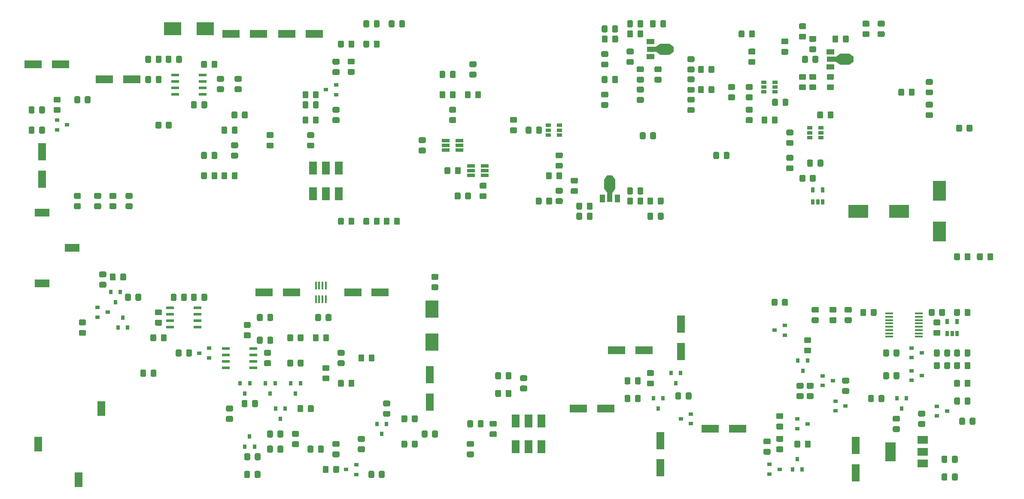
<source format=gtp>
G04 #@! TF.GenerationSoftware,KiCad,Pcbnew,5.1.12-84ad8e8a86~92~ubuntu20.04.1*
G04 #@! TF.CreationDate,2022-01-01T09:02:10-08:00*
G04 #@! TF.ProjectId,trx_mobo_concept_2,7472785f-6d6f-4626-9f5f-636f6e636570,rev?*
G04 #@! TF.SameCoordinates,Original*
G04 #@! TF.FileFunction,Paste,Top*
G04 #@! TF.FilePolarity,Positive*
%FSLAX46Y46*%
G04 Gerber Fmt 4.6, Leading zero omitted, Abs format (unit mm)*
G04 Created by KiCad (PCBNEW 5.1.12-84ad8e8a86~92~ubuntu20.04.1) date 2022-01-01 09:02:10*
%MOMM*%
%LPD*%
G01*
G04 APERTURE LIST*
%ADD10R,2.500000X3.500000*%
%ADD11R,3.500000X1.600000*%
%ADD12R,1.600000X3.500000*%
%ADD13R,4.000000X2.500000*%
%ADD14R,2.500000X4.000000*%
%ADD15R,3.500000X2.500000*%
%ADD16R,0.800000X0.900000*%
%ADD17R,0.900000X0.800000*%
%ADD18C,0.150000*%
%ADD19R,1.000000X1.500000*%
%ADD20R,1.000000X1.800000*%
%ADD21R,2.200000X1.840000*%
%ADD22R,1.840000X2.200000*%
%ADD23R,1.500000X1.000000*%
%ADD24R,1.800000X1.000000*%
%ADD25R,0.700000X1.000000*%
%ADD26R,1.500000X0.450000*%
%ADD27R,1.650000X2.540000*%
%ADD28R,0.400000X1.560000*%
%ADD29R,1.550000X0.600000*%
%ADD30R,1.560000X0.650000*%
%ADD31R,1.060000X0.650000*%
%ADD32R,2.000000X3.800000*%
%ADD33R,2.000000X1.500000*%
%ADD34R,3.000000X1.500000*%
%ADD35R,1.500000X3.000000*%
G04 APERTURE END LIST*
D10*
X131900000Y-117850000D03*
X131900000Y-111350000D03*
G36*
G01*
X156549999Y-80400000D02*
X157450001Y-80400000D01*
G75*
G02*
X157700000Y-80649999I0J-249999D01*
G01*
X157700000Y-81300001D01*
G75*
G02*
X157450001Y-81550000I-249999J0D01*
G01*
X156549999Y-81550000D01*
G75*
G02*
X156300000Y-81300001I0J249999D01*
G01*
X156300000Y-80649999D01*
G75*
G02*
X156549999Y-80400000I249999J0D01*
G01*
G37*
G36*
G01*
X156549999Y-82450000D02*
X157450001Y-82450000D01*
G75*
G02*
X157700000Y-82699999I0J-249999D01*
G01*
X157700000Y-83350001D01*
G75*
G02*
X157450001Y-83600000I-249999J0D01*
G01*
X156549999Y-83600000D01*
G75*
G02*
X156300000Y-83350001I0J249999D01*
G01*
X156300000Y-82699999D01*
G75*
G02*
X156549999Y-82450000I249999J0D01*
G01*
G37*
G36*
G01*
X238100000Y-125549999D02*
X238100000Y-126450001D01*
G75*
G02*
X237850001Y-126700000I-249999J0D01*
G01*
X237199999Y-126700000D01*
G75*
G02*
X236950000Y-126450001I0J249999D01*
G01*
X236950000Y-125549999D01*
G75*
G02*
X237199999Y-125300000I249999J0D01*
G01*
X237850001Y-125300000D01*
G75*
G02*
X238100000Y-125549999I0J-249999D01*
G01*
G37*
G36*
G01*
X236050000Y-125549999D02*
X236050000Y-126450001D01*
G75*
G02*
X235800001Y-126700000I-249999J0D01*
G01*
X235149999Y-126700000D01*
G75*
G02*
X234900000Y-126450001I0J249999D01*
G01*
X234900000Y-125549999D01*
G75*
G02*
X235149999Y-125300000I249999J0D01*
G01*
X235800001Y-125300000D01*
G75*
G02*
X236050000Y-125549999I0J-249999D01*
G01*
G37*
G36*
G01*
X238100000Y-129049999D02*
X238100000Y-129950001D01*
G75*
G02*
X237850001Y-130200000I-249999J0D01*
G01*
X237199999Y-130200000D01*
G75*
G02*
X236950000Y-129950001I0J249999D01*
G01*
X236950000Y-129049999D01*
G75*
G02*
X237199999Y-128800000I249999J0D01*
G01*
X237850001Y-128800000D01*
G75*
G02*
X238100000Y-129049999I0J-249999D01*
G01*
G37*
G36*
G01*
X236050000Y-129049999D02*
X236050000Y-129950001D01*
G75*
G02*
X235800001Y-130200000I-249999J0D01*
G01*
X235149999Y-130200000D01*
G75*
G02*
X234900000Y-129950001I0J249999D01*
G01*
X234900000Y-129049999D01*
G75*
G02*
X235149999Y-128800000I249999J0D01*
G01*
X235800001Y-128800000D01*
G75*
G02*
X236050000Y-129049999I0J-249999D01*
G01*
G37*
G36*
G01*
X234100000Y-119549999D02*
X234100000Y-120450001D01*
G75*
G02*
X233850001Y-120700000I-249999J0D01*
G01*
X233199999Y-120700000D01*
G75*
G02*
X232950000Y-120450001I0J249999D01*
G01*
X232950000Y-119549999D01*
G75*
G02*
X233199999Y-119300000I249999J0D01*
G01*
X233850001Y-119300000D01*
G75*
G02*
X234100000Y-119549999I0J-249999D01*
G01*
G37*
G36*
G01*
X232050000Y-119549999D02*
X232050000Y-120450001D01*
G75*
G02*
X231800001Y-120700000I-249999J0D01*
G01*
X231149999Y-120700000D01*
G75*
G02*
X230900000Y-120450001I0J249999D01*
G01*
X230900000Y-119549999D01*
G75*
G02*
X231149999Y-119300000I249999J0D01*
G01*
X231800001Y-119300000D01*
G75*
G02*
X232050000Y-119549999I0J-249999D01*
G01*
G37*
G36*
G01*
X232050000Y-122049999D02*
X232050000Y-122950001D01*
G75*
G02*
X231800001Y-123200000I-249999J0D01*
G01*
X231149999Y-123200000D01*
G75*
G02*
X230900000Y-122950001I0J249999D01*
G01*
X230900000Y-122049999D01*
G75*
G02*
X231149999Y-121800000I249999J0D01*
G01*
X231800001Y-121800000D01*
G75*
G02*
X232050000Y-122049999I0J-249999D01*
G01*
G37*
G36*
G01*
X234100000Y-122049999D02*
X234100000Y-122950001D01*
G75*
G02*
X233850001Y-123200000I-249999J0D01*
G01*
X233199999Y-123200000D01*
G75*
G02*
X232950000Y-122950001I0J249999D01*
G01*
X232950000Y-122049999D01*
G75*
G02*
X233199999Y-121800000I249999J0D01*
G01*
X233850001Y-121800000D01*
G75*
G02*
X234100000Y-122049999I0J-249999D01*
G01*
G37*
G36*
G01*
X236950000Y-112450001D02*
X236950000Y-111549999D01*
G75*
G02*
X237199999Y-111300000I249999J0D01*
G01*
X237850001Y-111300000D01*
G75*
G02*
X238100000Y-111549999I0J-249999D01*
G01*
X238100000Y-112450001D01*
G75*
G02*
X237850001Y-112700000I-249999J0D01*
G01*
X237199999Y-112700000D01*
G75*
G02*
X236950000Y-112450001I0J249999D01*
G01*
G37*
G36*
G01*
X234900000Y-112450001D02*
X234900000Y-111549999D01*
G75*
G02*
X235149999Y-111300000I249999J0D01*
G01*
X235800001Y-111300000D01*
G75*
G02*
X236050000Y-111549999I0J-249999D01*
G01*
X236050000Y-112450001D01*
G75*
G02*
X235800001Y-112700000I-249999J0D01*
G01*
X235149999Y-112700000D01*
G75*
G02*
X234900000Y-112450001I0J249999D01*
G01*
G37*
G36*
G01*
X205550000Y-85049999D02*
X205550000Y-85950001D01*
G75*
G02*
X205300001Y-86200000I-249999J0D01*
G01*
X204649999Y-86200000D01*
G75*
G02*
X204400000Y-85950001I0J249999D01*
G01*
X204400000Y-85049999D01*
G75*
G02*
X204649999Y-84800000I249999J0D01*
G01*
X205300001Y-84800000D01*
G75*
G02*
X205550000Y-85049999I0J-249999D01*
G01*
G37*
G36*
G01*
X207600000Y-85049999D02*
X207600000Y-85950001D01*
G75*
G02*
X207350001Y-86200000I-249999J0D01*
G01*
X206699999Y-86200000D01*
G75*
G02*
X206450000Y-85950001I0J249999D01*
G01*
X206450000Y-85049999D01*
G75*
G02*
X206699999Y-84800000I249999J0D01*
G01*
X207350001Y-84800000D01*
G75*
G02*
X207600000Y-85049999I0J-249999D01*
G01*
G37*
G36*
G01*
X223049999Y-134450000D02*
X223950001Y-134450000D01*
G75*
G02*
X224200000Y-134699999I0J-249999D01*
G01*
X224200000Y-135350001D01*
G75*
G02*
X223950001Y-135600000I-249999J0D01*
G01*
X223049999Y-135600000D01*
G75*
G02*
X222800000Y-135350001I0J249999D01*
G01*
X222800000Y-134699999D01*
G75*
G02*
X223049999Y-134450000I249999J0D01*
G01*
G37*
G36*
G01*
X223049999Y-132400000D02*
X223950001Y-132400000D01*
G75*
G02*
X224200000Y-132649999I0J-249999D01*
G01*
X224200000Y-133300001D01*
G75*
G02*
X223950001Y-133550000I-249999J0D01*
G01*
X223049999Y-133550000D01*
G75*
G02*
X222800000Y-133300001I0J249999D01*
G01*
X222800000Y-132649999D01*
G75*
G02*
X223049999Y-132400000I249999J0D01*
G01*
G37*
G36*
G01*
X221125000Y-128549999D02*
X221125000Y-129450001D01*
G75*
G02*
X220875001Y-129700000I-249999J0D01*
G01*
X220224999Y-129700000D01*
G75*
G02*
X219975000Y-129450001I0J249999D01*
G01*
X219975000Y-128549999D01*
G75*
G02*
X220224999Y-128300000I249999J0D01*
G01*
X220875001Y-128300000D01*
G75*
G02*
X221125000Y-128549999I0J-249999D01*
G01*
G37*
G36*
G01*
X219075000Y-128549999D02*
X219075000Y-129450001D01*
G75*
G02*
X218825001Y-129700000I-249999J0D01*
G01*
X218174999Y-129700000D01*
G75*
G02*
X217925000Y-129450001I0J249999D01*
G01*
X217925000Y-128549999D01*
G75*
G02*
X218174999Y-128300000I249999J0D01*
G01*
X218825001Y-128300000D01*
G75*
G02*
X219075000Y-128549999I0J-249999D01*
G01*
G37*
G36*
G01*
X229900000Y-112450001D02*
X229900000Y-111549999D01*
G75*
G02*
X230149999Y-111300000I249999J0D01*
G01*
X230800001Y-111300000D01*
G75*
G02*
X231050000Y-111549999I0J-249999D01*
G01*
X231050000Y-112450001D01*
G75*
G02*
X230800001Y-112700000I-249999J0D01*
G01*
X230149999Y-112700000D01*
G75*
G02*
X229900000Y-112450001I0J249999D01*
G01*
G37*
G36*
G01*
X231950000Y-112450001D02*
X231950000Y-111549999D01*
G75*
G02*
X232199999Y-111300000I249999J0D01*
G01*
X232850001Y-111300000D01*
G75*
G02*
X233100000Y-111549999I0J-249999D01*
G01*
X233100000Y-112450001D01*
G75*
G02*
X232850001Y-112700000I-249999J0D01*
G01*
X232199999Y-112700000D01*
G75*
G02*
X231950000Y-112450001I0J249999D01*
G01*
G37*
G36*
G01*
X66450001Y-91600000D02*
X65549999Y-91600000D01*
G75*
G02*
X65300000Y-91350001I0J249999D01*
G01*
X65300000Y-90699999D01*
G75*
G02*
X65549999Y-90450000I249999J0D01*
G01*
X66450001Y-90450000D01*
G75*
G02*
X66700000Y-90699999I0J-249999D01*
G01*
X66700000Y-91350001D01*
G75*
G02*
X66450001Y-91600000I-249999J0D01*
G01*
G37*
G36*
G01*
X66450001Y-89550000D02*
X65549999Y-89550000D01*
G75*
G02*
X65300000Y-89300001I0J249999D01*
G01*
X65300000Y-88649999D01*
G75*
G02*
X65549999Y-88400000I249999J0D01*
G01*
X66450001Y-88400000D01*
G75*
G02*
X66700000Y-88649999I0J-249999D01*
G01*
X66700000Y-89300001D01*
G75*
G02*
X66450001Y-89550000I-249999J0D01*
G01*
G37*
G36*
G01*
X62450001Y-89550000D02*
X61549999Y-89550000D01*
G75*
G02*
X61300000Y-89300001I0J249999D01*
G01*
X61300000Y-88649999D01*
G75*
G02*
X61549999Y-88400000I249999J0D01*
G01*
X62450001Y-88400000D01*
G75*
G02*
X62700000Y-88649999I0J-249999D01*
G01*
X62700000Y-89300001D01*
G75*
G02*
X62450001Y-89550000I-249999J0D01*
G01*
G37*
G36*
G01*
X62450001Y-91600000D02*
X61549999Y-91600000D01*
G75*
G02*
X61300000Y-91350001I0J249999D01*
G01*
X61300000Y-90699999D01*
G75*
G02*
X61549999Y-90450000I249999J0D01*
G01*
X62450001Y-90450000D01*
G75*
G02*
X62700000Y-90699999I0J-249999D01*
G01*
X62700000Y-91350001D01*
G75*
G02*
X62450001Y-91600000I-249999J0D01*
G01*
G37*
G36*
G01*
X71749999Y-90450000D02*
X72650001Y-90450000D01*
G75*
G02*
X72900000Y-90699999I0J-249999D01*
G01*
X72900000Y-91350001D01*
G75*
G02*
X72650001Y-91600000I-249999J0D01*
G01*
X71749999Y-91600000D01*
G75*
G02*
X71500000Y-91350001I0J249999D01*
G01*
X71500000Y-90699999D01*
G75*
G02*
X71749999Y-90450000I249999J0D01*
G01*
G37*
G36*
G01*
X71749999Y-88400000D02*
X72650001Y-88400000D01*
G75*
G02*
X72900000Y-88649999I0J-249999D01*
G01*
X72900000Y-89300001D01*
G75*
G02*
X72650001Y-89550000I-249999J0D01*
G01*
X71749999Y-89550000D01*
G75*
G02*
X71500000Y-89300001I0J249999D01*
G01*
X71500000Y-88649999D01*
G75*
G02*
X71749999Y-88400000I249999J0D01*
G01*
G37*
G36*
G01*
X68549999Y-90450000D02*
X69450001Y-90450000D01*
G75*
G02*
X69700000Y-90699999I0J-249999D01*
G01*
X69700000Y-91350001D01*
G75*
G02*
X69450001Y-91600000I-249999J0D01*
G01*
X68549999Y-91600000D01*
G75*
G02*
X68300000Y-91350001I0J249999D01*
G01*
X68300000Y-90699999D01*
G75*
G02*
X68549999Y-90450000I249999J0D01*
G01*
G37*
G36*
G01*
X68549999Y-88400000D02*
X69450001Y-88400000D01*
G75*
G02*
X69700000Y-88649999I0J-249999D01*
G01*
X69700000Y-89300001D01*
G75*
G02*
X69450001Y-89550000I-249999J0D01*
G01*
X68549999Y-89550000D01*
G75*
G02*
X68300000Y-89300001I0J249999D01*
G01*
X68300000Y-88649999D01*
G75*
G02*
X68549999Y-88400000I249999J0D01*
G01*
G37*
G36*
G01*
X109600000Y-70549999D02*
X109600000Y-71450001D01*
G75*
G02*
X109350001Y-71700000I-249999J0D01*
G01*
X108699999Y-71700000D01*
G75*
G02*
X108450000Y-71450001I0J249999D01*
G01*
X108450000Y-70549999D01*
G75*
G02*
X108699999Y-70300000I249999J0D01*
G01*
X109350001Y-70300000D01*
G75*
G02*
X109600000Y-70549999I0J-249999D01*
G01*
G37*
G36*
G01*
X107550000Y-70549999D02*
X107550000Y-71450001D01*
G75*
G02*
X107300001Y-71700000I-249999J0D01*
G01*
X106649999Y-71700000D01*
G75*
G02*
X106400000Y-71450001I0J249999D01*
G01*
X106400000Y-70549999D01*
G75*
G02*
X106649999Y-70300000I249999J0D01*
G01*
X107300001Y-70300000D01*
G75*
G02*
X107550000Y-70549999I0J-249999D01*
G01*
G37*
G36*
G01*
X107549999Y-76400000D02*
X108450001Y-76400000D01*
G75*
G02*
X108700000Y-76649999I0J-249999D01*
G01*
X108700000Y-77300001D01*
G75*
G02*
X108450001Y-77550000I-249999J0D01*
G01*
X107549999Y-77550000D01*
G75*
G02*
X107300000Y-77300001I0J249999D01*
G01*
X107300000Y-76649999D01*
G75*
G02*
X107549999Y-76400000I249999J0D01*
G01*
G37*
G36*
G01*
X107549999Y-78450000D02*
X108450001Y-78450000D01*
G75*
G02*
X108700000Y-78699999I0J-249999D01*
G01*
X108700000Y-79350001D01*
G75*
G02*
X108450001Y-79600000I-249999J0D01*
G01*
X107549999Y-79600000D01*
G75*
G02*
X107300000Y-79350001I0J249999D01*
G01*
X107300000Y-78699999D01*
G75*
G02*
X107549999Y-78450000I249999J0D01*
G01*
G37*
G36*
G01*
X116450001Y-65075000D02*
X115549999Y-65075000D01*
G75*
G02*
X115300000Y-64825001I0J249999D01*
G01*
X115300000Y-64174999D01*
G75*
G02*
X115549999Y-63925000I249999J0D01*
G01*
X116450001Y-63925000D01*
G75*
G02*
X116700000Y-64174999I0J-249999D01*
G01*
X116700000Y-64825001D01*
G75*
G02*
X116450001Y-65075000I-249999J0D01*
G01*
G37*
G36*
G01*
X116450001Y-63025000D02*
X115549999Y-63025000D01*
G75*
G02*
X115300000Y-62775001I0J249999D01*
G01*
X115300000Y-62124999D01*
G75*
G02*
X115549999Y-61875000I249999J0D01*
G01*
X116450001Y-61875000D01*
G75*
G02*
X116700000Y-62124999I0J-249999D01*
G01*
X116700000Y-62775001D01*
G75*
G02*
X116450001Y-63025000I-249999J0D01*
G01*
G37*
G36*
G01*
X92400000Y-73450001D02*
X92400000Y-72549999D01*
G75*
G02*
X92649999Y-72300000I249999J0D01*
G01*
X93300001Y-72300000D01*
G75*
G02*
X93550000Y-72549999I0J-249999D01*
G01*
X93550000Y-73450001D01*
G75*
G02*
X93300001Y-73700000I-249999J0D01*
G01*
X92649999Y-73700000D01*
G75*
G02*
X92400000Y-73450001I0J249999D01*
G01*
G37*
G36*
G01*
X94450000Y-73450001D02*
X94450000Y-72549999D01*
G75*
G02*
X94699999Y-72300000I249999J0D01*
G01*
X95350001Y-72300000D01*
G75*
G02*
X95600000Y-72549999I0J-249999D01*
G01*
X95600000Y-73450001D01*
G75*
G02*
X95350001Y-73700000I-249999J0D01*
G01*
X94699999Y-73700000D01*
G75*
G02*
X94450000Y-73450001I0J249999D01*
G01*
G37*
G36*
G01*
X92450000Y-85450001D02*
X92450000Y-84549999D01*
G75*
G02*
X92699999Y-84300000I249999J0D01*
G01*
X93350001Y-84300000D01*
G75*
G02*
X93600000Y-84549999I0J-249999D01*
G01*
X93600000Y-85450001D01*
G75*
G02*
X93350001Y-85700000I-249999J0D01*
G01*
X92699999Y-85700000D01*
G75*
G02*
X92450000Y-85450001I0J249999D01*
G01*
G37*
G36*
G01*
X90400000Y-85450001D02*
X90400000Y-84549999D01*
G75*
G02*
X90649999Y-84300000I249999J0D01*
G01*
X91300001Y-84300000D01*
G75*
G02*
X91550000Y-84549999I0J-249999D01*
G01*
X91550000Y-85450001D01*
G75*
G02*
X91300001Y-85700000I-249999J0D01*
G01*
X90649999Y-85700000D01*
G75*
G02*
X90400000Y-85450001I0J249999D01*
G01*
G37*
G36*
G01*
X113600000Y-142549999D02*
X113600000Y-143450001D01*
G75*
G02*
X113350001Y-143700000I-249999J0D01*
G01*
X112699999Y-143700000D01*
G75*
G02*
X112450000Y-143450001I0J249999D01*
G01*
X112450000Y-142549999D01*
G75*
G02*
X112699999Y-142300000I249999J0D01*
G01*
X113350001Y-142300000D01*
G75*
G02*
X113600000Y-142549999I0J-249999D01*
G01*
G37*
G36*
G01*
X111550000Y-142549999D02*
X111550000Y-143450001D01*
G75*
G02*
X111300001Y-143700000I-249999J0D01*
G01*
X110649999Y-143700000D01*
G75*
G02*
X110400000Y-143450001I0J249999D01*
G01*
X110400000Y-142549999D01*
G75*
G02*
X110649999Y-142300000I249999J0D01*
G01*
X111300001Y-142300000D01*
G75*
G02*
X111550000Y-142549999I0J-249999D01*
G01*
G37*
G36*
G01*
X99400000Y-136450001D02*
X99400000Y-135549999D01*
G75*
G02*
X99649999Y-135300000I249999J0D01*
G01*
X100300001Y-135300000D01*
G75*
G02*
X100550000Y-135549999I0J-249999D01*
G01*
X100550000Y-136450001D01*
G75*
G02*
X100300001Y-136700000I-249999J0D01*
G01*
X99649999Y-136700000D01*
G75*
G02*
X99400000Y-136450001I0J249999D01*
G01*
G37*
G36*
G01*
X101450000Y-136450001D02*
X101450000Y-135549999D01*
G75*
G02*
X101699999Y-135300000I249999J0D01*
G01*
X102350001Y-135300000D01*
G75*
G02*
X102600000Y-135549999I0J-249999D01*
G01*
X102600000Y-136450001D01*
G75*
G02*
X102350001Y-136700000I-249999J0D01*
G01*
X101699999Y-136700000D01*
G75*
G02*
X101450000Y-136450001I0J249999D01*
G01*
G37*
G36*
G01*
X118450001Y-137550000D02*
X117549999Y-137550000D01*
G75*
G02*
X117300000Y-137300001I0J249999D01*
G01*
X117300000Y-136649999D01*
G75*
G02*
X117549999Y-136400000I249999J0D01*
G01*
X118450001Y-136400000D01*
G75*
G02*
X118700000Y-136649999I0J-249999D01*
G01*
X118700000Y-137300001D01*
G75*
G02*
X118450001Y-137550000I-249999J0D01*
G01*
G37*
G36*
G01*
X118450001Y-139600000D02*
X117549999Y-139600000D01*
G75*
G02*
X117300000Y-139350001I0J249999D01*
G01*
X117300000Y-138699999D01*
G75*
G02*
X117549999Y-138450000I249999J0D01*
G01*
X118450001Y-138450000D01*
G75*
G02*
X118700000Y-138699999I0J-249999D01*
G01*
X118700000Y-139350001D01*
G75*
G02*
X118450001Y-139600000I-249999J0D01*
G01*
G37*
G36*
G01*
X91549999Y-132450000D02*
X92450001Y-132450000D01*
G75*
G02*
X92700000Y-132699999I0J-249999D01*
G01*
X92700000Y-133350001D01*
G75*
G02*
X92450001Y-133600000I-249999J0D01*
G01*
X91549999Y-133600000D01*
G75*
G02*
X91300000Y-133350001I0J249999D01*
G01*
X91300000Y-132699999D01*
G75*
G02*
X91549999Y-132450000I249999J0D01*
G01*
G37*
G36*
G01*
X91549999Y-130400000D02*
X92450001Y-130400000D01*
G75*
G02*
X92700000Y-130649999I0J-249999D01*
G01*
X92700000Y-131300001D01*
G75*
G02*
X92450001Y-131550000I-249999J0D01*
G01*
X91549999Y-131550000D01*
G75*
G02*
X91300000Y-131300001I0J249999D01*
G01*
X91300000Y-130649999D01*
G75*
G02*
X91549999Y-130400000I249999J0D01*
G01*
G37*
D11*
X104200000Y-108000000D03*
X98800000Y-108000000D03*
D12*
X131500000Y-124300000D03*
X131500000Y-129700000D03*
G36*
G01*
X112100000Y-112549999D02*
X112100000Y-113450001D01*
G75*
G02*
X111850001Y-113700000I-249999J0D01*
G01*
X111199999Y-113700000D01*
G75*
G02*
X110950000Y-113450001I0J249999D01*
G01*
X110950000Y-112549999D01*
G75*
G02*
X111199999Y-112300000I249999J0D01*
G01*
X111850001Y-112300000D01*
G75*
G02*
X112100000Y-112549999I0J-249999D01*
G01*
G37*
G36*
G01*
X110050000Y-112549999D02*
X110050000Y-113450001D01*
G75*
G02*
X109800001Y-113700000I-249999J0D01*
G01*
X109149999Y-113700000D01*
G75*
G02*
X108900000Y-113450001I0J249999D01*
G01*
X108900000Y-112549999D01*
G75*
G02*
X109149999Y-112300000I249999J0D01*
G01*
X109800001Y-112300000D01*
G75*
G02*
X110050000Y-112549999I0J-249999D01*
G01*
G37*
G36*
G01*
X79600000Y-116549999D02*
X79600000Y-117450001D01*
G75*
G02*
X79350001Y-117700000I-249999J0D01*
G01*
X78699999Y-117700000D01*
G75*
G02*
X78450000Y-117450001I0J249999D01*
G01*
X78450000Y-116549999D01*
G75*
G02*
X78699999Y-116300000I249999J0D01*
G01*
X79350001Y-116300000D01*
G75*
G02*
X79600000Y-116549999I0J-249999D01*
G01*
G37*
G36*
G01*
X77550000Y-116549999D02*
X77550000Y-117450001D01*
G75*
G02*
X77300001Y-117700000I-249999J0D01*
G01*
X76649999Y-117700000D01*
G75*
G02*
X76400000Y-117450001I0J249999D01*
G01*
X76400000Y-116549999D01*
G75*
G02*
X76649999Y-116300000I249999J0D01*
G01*
X77300001Y-116300000D01*
G75*
G02*
X77550000Y-116549999I0J-249999D01*
G01*
G37*
G36*
G01*
X99450000Y-117950001D02*
X99450000Y-117049999D01*
G75*
G02*
X99699999Y-116800000I249999J0D01*
G01*
X100350001Y-116800000D01*
G75*
G02*
X100600000Y-117049999I0J-249999D01*
G01*
X100600000Y-117950001D01*
G75*
G02*
X100350001Y-118200000I-249999J0D01*
G01*
X99699999Y-118200000D01*
G75*
G02*
X99450000Y-117950001I0J249999D01*
G01*
G37*
G36*
G01*
X97400000Y-117950001D02*
X97400000Y-117049999D01*
G75*
G02*
X97649999Y-116800000I249999J0D01*
G01*
X98300001Y-116800000D01*
G75*
G02*
X98550000Y-117049999I0J-249999D01*
G01*
X98550000Y-117950001D01*
G75*
G02*
X98300001Y-118200000I-249999J0D01*
G01*
X97649999Y-118200000D01*
G75*
G02*
X97400000Y-117950001I0J249999D01*
G01*
G37*
G36*
G01*
X86450000Y-109450001D02*
X86450000Y-108549999D01*
G75*
G02*
X86699999Y-108300000I249999J0D01*
G01*
X87350001Y-108300000D01*
G75*
G02*
X87600000Y-108549999I0J-249999D01*
G01*
X87600000Y-109450001D01*
G75*
G02*
X87350001Y-109700000I-249999J0D01*
G01*
X86699999Y-109700000D01*
G75*
G02*
X86450000Y-109450001I0J249999D01*
G01*
G37*
G36*
G01*
X84400000Y-109450001D02*
X84400000Y-108549999D01*
G75*
G02*
X84649999Y-108300000I249999J0D01*
G01*
X85300001Y-108300000D01*
G75*
G02*
X85550000Y-108549999I0J-249999D01*
G01*
X85550000Y-109450001D01*
G75*
G02*
X85300001Y-109700000I-249999J0D01*
G01*
X84649999Y-109700000D01*
G75*
G02*
X84400000Y-109450001I0J249999D01*
G01*
G37*
D11*
X116300000Y-108000000D03*
X121700000Y-108000000D03*
G36*
G01*
X114450001Y-120550000D02*
X113549999Y-120550000D01*
G75*
G02*
X113300000Y-120300001I0J249999D01*
G01*
X113300000Y-119649999D01*
G75*
G02*
X113549999Y-119400000I249999J0D01*
G01*
X114450001Y-119400000D01*
G75*
G02*
X114700000Y-119649999I0J-249999D01*
G01*
X114700000Y-120300001D01*
G75*
G02*
X114450001Y-120550000I-249999J0D01*
G01*
G37*
G36*
G01*
X114450001Y-122600000D02*
X113549999Y-122600000D01*
G75*
G02*
X113300000Y-122350001I0J249999D01*
G01*
X113300000Y-121699999D01*
G75*
G02*
X113549999Y-121450000I249999J0D01*
G01*
X114450001Y-121450000D01*
G75*
G02*
X114700000Y-121699999I0J-249999D01*
G01*
X114700000Y-122350001D01*
G75*
G02*
X114450001Y-122600000I-249999J0D01*
G01*
G37*
G36*
G01*
X106600000Y-116549999D02*
X106600000Y-117450001D01*
G75*
G02*
X106350001Y-117700000I-249999J0D01*
G01*
X105699999Y-117700000D01*
G75*
G02*
X105450000Y-117450001I0J249999D01*
G01*
X105450000Y-116549999D01*
G75*
G02*
X105699999Y-116300000I249999J0D01*
G01*
X106350001Y-116300000D01*
G75*
G02*
X106600000Y-116549999I0J-249999D01*
G01*
G37*
G36*
G01*
X104550000Y-116549999D02*
X104550000Y-117450001D01*
G75*
G02*
X104300001Y-117700000I-249999J0D01*
G01*
X103649999Y-117700000D01*
G75*
G02*
X103400000Y-117450001I0J249999D01*
G01*
X103400000Y-116549999D01*
G75*
G02*
X103649999Y-116300000I249999J0D01*
G01*
X104300001Y-116300000D01*
G75*
G02*
X104550000Y-116549999I0J-249999D01*
G01*
G37*
G36*
G01*
X117400000Y-121450001D02*
X117400000Y-120549999D01*
G75*
G02*
X117649999Y-120300000I249999J0D01*
G01*
X118300001Y-120300000D01*
G75*
G02*
X118550000Y-120549999I0J-249999D01*
G01*
X118550000Y-121450001D01*
G75*
G02*
X118300001Y-121700000I-249999J0D01*
G01*
X117649999Y-121700000D01*
G75*
G02*
X117400000Y-121450001I0J249999D01*
G01*
G37*
G36*
G01*
X119450000Y-121450001D02*
X119450000Y-120549999D01*
G75*
G02*
X119699999Y-120300000I249999J0D01*
G01*
X120350001Y-120300000D01*
G75*
G02*
X120600000Y-120549999I0J-249999D01*
G01*
X120600000Y-121450001D01*
G75*
G02*
X120350001Y-121700000I-249999J0D01*
G01*
X119699999Y-121700000D01*
G75*
G02*
X119450000Y-121450001I0J249999D01*
G01*
G37*
D13*
X224000000Y-92000000D03*
X216000000Y-92000000D03*
G36*
G01*
X216400000Y-112450001D02*
X216400000Y-111549999D01*
G75*
G02*
X216649999Y-111300000I249999J0D01*
G01*
X217300001Y-111300000D01*
G75*
G02*
X217550000Y-111549999I0J-249999D01*
G01*
X217550000Y-112450001D01*
G75*
G02*
X217300001Y-112700000I-249999J0D01*
G01*
X216649999Y-112700000D01*
G75*
G02*
X216400000Y-112450001I0J249999D01*
G01*
G37*
G36*
G01*
X218450000Y-112450001D02*
X218450000Y-111549999D01*
G75*
G02*
X218699999Y-111300000I249999J0D01*
G01*
X219350001Y-111300000D01*
G75*
G02*
X219600000Y-111549999I0J-249999D01*
G01*
X219600000Y-112450001D01*
G75*
G02*
X219350001Y-112700000I-249999J0D01*
G01*
X218699999Y-112700000D01*
G75*
G02*
X218450000Y-112450001I0J249999D01*
G01*
G37*
G36*
G01*
X200050000Y-109549999D02*
X200050000Y-110450001D01*
G75*
G02*
X199800001Y-110700000I-249999J0D01*
G01*
X199149999Y-110700000D01*
G75*
G02*
X198900000Y-110450001I0J249999D01*
G01*
X198900000Y-109549999D01*
G75*
G02*
X199149999Y-109300000I249999J0D01*
G01*
X199800001Y-109300000D01*
G75*
G02*
X200050000Y-109549999I0J-249999D01*
G01*
G37*
G36*
G01*
X202100000Y-109549999D02*
X202100000Y-110450001D01*
G75*
G02*
X201850001Y-110700000I-249999J0D01*
G01*
X201199999Y-110700000D01*
G75*
G02*
X200950000Y-110450001I0J249999D01*
G01*
X200950000Y-109549999D01*
G75*
G02*
X201199999Y-109300000I249999J0D01*
G01*
X201850001Y-109300000D01*
G75*
G02*
X202100000Y-109549999I0J-249999D01*
G01*
G37*
D14*
X232000000Y-96000000D03*
X232000000Y-88000000D03*
G36*
G01*
X241450000Y-101450001D02*
X241450000Y-100549999D01*
G75*
G02*
X241699999Y-100300000I249999J0D01*
G01*
X242350001Y-100300000D01*
G75*
G02*
X242600000Y-100549999I0J-249999D01*
G01*
X242600000Y-101450001D01*
G75*
G02*
X242350001Y-101700000I-249999J0D01*
G01*
X241699999Y-101700000D01*
G75*
G02*
X241450000Y-101450001I0J249999D01*
G01*
G37*
G36*
G01*
X239400000Y-101450001D02*
X239400000Y-100549999D01*
G75*
G02*
X239649999Y-100300000I249999J0D01*
G01*
X240300001Y-100300000D01*
G75*
G02*
X240550000Y-100549999I0J-249999D01*
G01*
X240550000Y-101450001D01*
G75*
G02*
X240300001Y-101700000I-249999J0D01*
G01*
X239649999Y-101700000D01*
G75*
G02*
X239400000Y-101450001I0J249999D01*
G01*
G37*
D11*
X173700000Y-119500000D03*
X168300000Y-119500000D03*
D12*
X181000000Y-119700000D03*
X181000000Y-114300000D03*
D11*
X192200000Y-135000000D03*
X186800000Y-135000000D03*
D12*
X177000000Y-142700000D03*
X177000000Y-137300000D03*
D11*
X166200000Y-131000000D03*
X160800000Y-131000000D03*
D12*
X215500000Y-138300000D03*
X215500000Y-143700000D03*
G36*
G01*
X232400000Y-141450001D02*
X232400000Y-140549999D01*
G75*
G02*
X232649999Y-140300000I249999J0D01*
G01*
X233300001Y-140300000D01*
G75*
G02*
X233550000Y-140549999I0J-249999D01*
G01*
X233550000Y-141450001D01*
G75*
G02*
X233300001Y-141700000I-249999J0D01*
G01*
X232649999Y-141700000D01*
G75*
G02*
X232400000Y-141450001I0J249999D01*
G01*
G37*
G36*
G01*
X234450000Y-141450001D02*
X234450000Y-140549999D01*
G75*
G02*
X234699999Y-140300000I249999J0D01*
G01*
X235350001Y-140300000D01*
G75*
G02*
X235600000Y-140549999I0J-249999D01*
G01*
X235600000Y-141450001D01*
G75*
G02*
X235350001Y-141700000I-249999J0D01*
G01*
X234699999Y-141700000D01*
G75*
G02*
X234450000Y-141450001I0J249999D01*
G01*
G37*
G36*
G01*
X228950001Y-132550000D02*
X228049999Y-132550000D01*
G75*
G02*
X227800000Y-132300001I0J249999D01*
G01*
X227800000Y-131649999D01*
G75*
G02*
X228049999Y-131400000I249999J0D01*
G01*
X228950001Y-131400000D01*
G75*
G02*
X229200000Y-131649999I0J-249999D01*
G01*
X229200000Y-132300001D01*
G75*
G02*
X228950001Y-132550000I-249999J0D01*
G01*
G37*
G36*
G01*
X228950001Y-134600000D02*
X228049999Y-134600000D01*
G75*
G02*
X227800000Y-134350001I0J249999D01*
G01*
X227800000Y-133699999D01*
G75*
G02*
X228049999Y-133450000I249999J0D01*
G01*
X228950001Y-133450000D01*
G75*
G02*
X229200000Y-133699999I0J-249999D01*
G01*
X229200000Y-134350001D01*
G75*
G02*
X228950001Y-134600000I-249999J0D01*
G01*
G37*
G36*
G01*
X88450000Y-63450001D02*
X88450000Y-62549999D01*
G75*
G02*
X88699999Y-62300000I249999J0D01*
G01*
X89350001Y-62300000D01*
G75*
G02*
X89600000Y-62549999I0J-249999D01*
G01*
X89600000Y-63450001D01*
G75*
G02*
X89350001Y-63700000I-249999J0D01*
G01*
X88699999Y-63700000D01*
G75*
G02*
X88450000Y-63450001I0J249999D01*
G01*
G37*
G36*
G01*
X86400000Y-63450001D02*
X86400000Y-62549999D01*
G75*
G02*
X86649999Y-62300000I249999J0D01*
G01*
X87300001Y-62300000D01*
G75*
G02*
X87550000Y-62549999I0J-249999D01*
G01*
X87550000Y-63450001D01*
G75*
G02*
X87300001Y-63700000I-249999J0D01*
G01*
X86649999Y-63700000D01*
G75*
G02*
X86400000Y-63450001I0J249999D01*
G01*
G37*
D15*
X87250000Y-56000000D03*
X80750000Y-56000000D03*
D11*
X67300000Y-66000000D03*
X72700000Y-66000000D03*
G36*
G01*
X90650001Y-68500000D02*
X89749999Y-68500000D01*
G75*
G02*
X89500000Y-68250001I0J249999D01*
G01*
X89500000Y-67599999D01*
G75*
G02*
X89749999Y-67350000I249999J0D01*
G01*
X90650001Y-67350000D01*
G75*
G02*
X90900000Y-67599999I0J-249999D01*
G01*
X90900000Y-68250001D01*
G75*
G02*
X90650001Y-68500000I-249999J0D01*
G01*
G37*
G36*
G01*
X90650001Y-66450000D02*
X89749999Y-66450000D01*
G75*
G02*
X89500000Y-66200001I0J249999D01*
G01*
X89500000Y-65549999D01*
G75*
G02*
X89749999Y-65300000I249999J0D01*
G01*
X90650001Y-65300000D01*
G75*
G02*
X90900000Y-65549999I0J-249999D01*
G01*
X90900000Y-66200001D01*
G75*
G02*
X90650001Y-66450000I-249999J0D01*
G01*
G37*
X97700000Y-57000000D03*
X92300000Y-57000000D03*
X103300000Y-57000000D03*
X108700000Y-57000000D03*
G36*
G01*
X87600000Y-70549999D02*
X87600000Y-71450001D01*
G75*
G02*
X87350001Y-71700000I-249999J0D01*
G01*
X86699999Y-71700000D01*
G75*
G02*
X86450000Y-71450001I0J249999D01*
G01*
X86450000Y-70549999D01*
G75*
G02*
X86699999Y-70300000I249999J0D01*
G01*
X87350001Y-70300000D01*
G75*
G02*
X87600000Y-70549999I0J-249999D01*
G01*
G37*
G36*
G01*
X85550000Y-70549999D02*
X85550000Y-71450001D01*
G75*
G02*
X85300001Y-71700000I-249999J0D01*
G01*
X84649999Y-71700000D01*
G75*
G02*
X84400000Y-71450001I0J249999D01*
G01*
X84400000Y-70549999D01*
G75*
G02*
X84649999Y-70300000I249999J0D01*
G01*
X85300001Y-70300000D01*
G75*
G02*
X85550000Y-70549999I0J-249999D01*
G01*
G37*
X58700000Y-63000000D03*
X53300000Y-63000000D03*
D12*
X55000000Y-80300000D03*
X55000000Y-85700000D03*
G36*
G01*
X136450001Y-74600000D02*
X135549999Y-74600000D01*
G75*
G02*
X135300000Y-74350001I0J249999D01*
G01*
X135300000Y-73699999D01*
G75*
G02*
X135549999Y-73450000I249999J0D01*
G01*
X136450001Y-73450000D01*
G75*
G02*
X136700000Y-73699999I0J-249999D01*
G01*
X136700000Y-74350001D01*
G75*
G02*
X136450001Y-74600000I-249999J0D01*
G01*
G37*
G36*
G01*
X136450001Y-72550000D02*
X135549999Y-72550000D01*
G75*
G02*
X135300000Y-72300001I0J249999D01*
G01*
X135300000Y-71649999D01*
G75*
G02*
X135549999Y-71400000I249999J0D01*
G01*
X136450001Y-71400000D01*
G75*
G02*
X136700000Y-71649999I0J-249999D01*
G01*
X136700000Y-72300001D01*
G75*
G02*
X136450001Y-72550000I-249999J0D01*
G01*
G37*
G36*
G01*
X135550000Y-83549999D02*
X135550000Y-84450001D01*
G75*
G02*
X135300001Y-84700000I-249999J0D01*
G01*
X134649999Y-84700000D01*
G75*
G02*
X134400000Y-84450001I0J249999D01*
G01*
X134400000Y-83549999D01*
G75*
G02*
X134649999Y-83300000I249999J0D01*
G01*
X135300001Y-83300000D01*
G75*
G02*
X135550000Y-83549999I0J-249999D01*
G01*
G37*
G36*
G01*
X137600000Y-83549999D02*
X137600000Y-84450001D01*
G75*
G02*
X137350001Y-84700000I-249999J0D01*
G01*
X136699999Y-84700000D01*
G75*
G02*
X136450000Y-84450001I0J249999D01*
G01*
X136450000Y-83549999D01*
G75*
G02*
X136699999Y-83300000I249999J0D01*
G01*
X137350001Y-83300000D01*
G75*
G02*
X137600000Y-83549999I0J-249999D01*
G01*
G37*
G36*
G01*
X129549999Y-77400000D02*
X130450001Y-77400000D01*
G75*
G02*
X130700000Y-77649999I0J-249999D01*
G01*
X130700000Y-78300001D01*
G75*
G02*
X130450001Y-78550000I-249999J0D01*
G01*
X129549999Y-78550000D01*
G75*
G02*
X129300000Y-78300001I0J249999D01*
G01*
X129300000Y-77649999D01*
G75*
G02*
X129549999Y-77400000I249999J0D01*
G01*
G37*
G36*
G01*
X129549999Y-79450000D02*
X130450001Y-79450000D01*
G75*
G02*
X130700000Y-79699999I0J-249999D01*
G01*
X130700000Y-80350001D01*
G75*
G02*
X130450001Y-80600000I-249999J0D01*
G01*
X129549999Y-80600000D01*
G75*
G02*
X129300000Y-80350001I0J249999D01*
G01*
X129300000Y-79699999D01*
G75*
G02*
X129549999Y-79450000I249999J0D01*
G01*
G37*
G36*
G01*
X141549999Y-88450000D02*
X142450001Y-88450000D01*
G75*
G02*
X142700000Y-88699999I0J-249999D01*
G01*
X142700000Y-89350001D01*
G75*
G02*
X142450001Y-89600000I-249999J0D01*
G01*
X141549999Y-89600000D01*
G75*
G02*
X141300000Y-89350001I0J249999D01*
G01*
X141300000Y-88699999D01*
G75*
G02*
X141549999Y-88450000I249999J0D01*
G01*
G37*
G36*
G01*
X141549999Y-86400000D02*
X142450001Y-86400000D01*
G75*
G02*
X142700000Y-86649999I0J-249999D01*
G01*
X142700000Y-87300001D01*
G75*
G02*
X142450001Y-87550000I-249999J0D01*
G01*
X141549999Y-87550000D01*
G75*
G02*
X141300000Y-87300001I0J249999D01*
G01*
X141300000Y-86649999D01*
G75*
G02*
X141549999Y-86400000I249999J0D01*
G01*
G37*
G36*
G01*
X174400000Y-93450001D02*
X174400000Y-92549999D01*
G75*
G02*
X174649999Y-92300000I249999J0D01*
G01*
X175300001Y-92300000D01*
G75*
G02*
X175550000Y-92549999I0J-249999D01*
G01*
X175550000Y-93450001D01*
G75*
G02*
X175300001Y-93700000I-249999J0D01*
G01*
X174649999Y-93700000D01*
G75*
G02*
X174400000Y-93450001I0J249999D01*
G01*
G37*
G36*
G01*
X176450000Y-93450001D02*
X176450000Y-92549999D01*
G75*
G02*
X176699999Y-92300000I249999J0D01*
G01*
X177350001Y-92300000D01*
G75*
G02*
X177600000Y-92549999I0J-249999D01*
G01*
X177600000Y-93450001D01*
G75*
G02*
X177350001Y-93700000I-249999J0D01*
G01*
X176699999Y-93700000D01*
G75*
G02*
X176450000Y-93450001I0J249999D01*
G01*
G37*
G36*
G01*
X160400000Y-91450001D02*
X160400000Y-90549999D01*
G75*
G02*
X160649999Y-90300000I249999J0D01*
G01*
X161300001Y-90300000D01*
G75*
G02*
X161550000Y-90549999I0J-249999D01*
G01*
X161550000Y-91450001D01*
G75*
G02*
X161300001Y-91700000I-249999J0D01*
G01*
X160649999Y-91700000D01*
G75*
G02*
X160400000Y-91450001I0J249999D01*
G01*
G37*
G36*
G01*
X162450000Y-91450001D02*
X162450000Y-90549999D01*
G75*
G02*
X162699999Y-90300000I249999J0D01*
G01*
X163350001Y-90300000D01*
G75*
G02*
X163600000Y-90549999I0J-249999D01*
G01*
X163600000Y-91450001D01*
G75*
G02*
X163350001Y-91700000I-249999J0D01*
G01*
X162699999Y-91700000D01*
G75*
G02*
X162450000Y-91450001I0J249999D01*
G01*
G37*
G36*
G01*
X172450000Y-90450001D02*
X172450000Y-89549999D01*
G75*
G02*
X172699999Y-89300000I249999J0D01*
G01*
X173350001Y-89300000D01*
G75*
G02*
X173600000Y-89549999I0J-249999D01*
G01*
X173600000Y-90450001D01*
G75*
G02*
X173350001Y-90700000I-249999J0D01*
G01*
X172699999Y-90700000D01*
G75*
G02*
X172450000Y-90450001I0J249999D01*
G01*
G37*
G36*
G01*
X170400000Y-90450001D02*
X170400000Y-89549999D01*
G75*
G02*
X170649999Y-89300000I249999J0D01*
G01*
X171300001Y-89300000D01*
G75*
G02*
X171550000Y-89549999I0J-249999D01*
G01*
X171550000Y-90450001D01*
G75*
G02*
X171300001Y-90700000I-249999J0D01*
G01*
X170649999Y-90700000D01*
G75*
G02*
X170400000Y-90450001I0J249999D01*
G01*
G37*
G36*
G01*
X152450000Y-76450001D02*
X152450000Y-75549999D01*
G75*
G02*
X152699999Y-75300000I249999J0D01*
G01*
X153350001Y-75300000D01*
G75*
G02*
X153600000Y-75549999I0J-249999D01*
G01*
X153600000Y-76450001D01*
G75*
G02*
X153350001Y-76700000I-249999J0D01*
G01*
X152699999Y-76700000D01*
G75*
G02*
X152450000Y-76450001I0J249999D01*
G01*
G37*
G36*
G01*
X150400000Y-76450001D02*
X150400000Y-75549999D01*
G75*
G02*
X150649999Y-75300000I249999J0D01*
G01*
X151300001Y-75300000D01*
G75*
G02*
X151550000Y-75549999I0J-249999D01*
G01*
X151550000Y-76450001D01*
G75*
G02*
X151300001Y-76700000I-249999J0D01*
G01*
X150649999Y-76700000D01*
G75*
G02*
X150400000Y-76450001I0J249999D01*
G01*
G37*
G36*
G01*
X194549999Y-59900000D02*
X195450001Y-59900000D01*
G75*
G02*
X195700000Y-60149999I0J-249999D01*
G01*
X195700000Y-60800001D01*
G75*
G02*
X195450001Y-61050000I-249999J0D01*
G01*
X194549999Y-61050000D01*
G75*
G02*
X194300000Y-60800001I0J249999D01*
G01*
X194300000Y-60149999D01*
G75*
G02*
X194549999Y-59900000I249999J0D01*
G01*
G37*
G36*
G01*
X194549999Y-61950000D02*
X195450001Y-61950000D01*
G75*
G02*
X195700000Y-62199999I0J-249999D01*
G01*
X195700000Y-62850001D01*
G75*
G02*
X195450001Y-63100000I-249999J0D01*
G01*
X194549999Y-63100000D01*
G75*
G02*
X194300000Y-62850001I0J249999D01*
G01*
X194300000Y-62199999D01*
G75*
G02*
X194549999Y-61950000I249999J0D01*
G01*
G37*
G36*
G01*
X183450001Y-64600000D02*
X182549999Y-64600000D01*
G75*
G02*
X182300000Y-64350001I0J249999D01*
G01*
X182300000Y-63699999D01*
G75*
G02*
X182549999Y-63450000I249999J0D01*
G01*
X183450001Y-63450000D01*
G75*
G02*
X183700000Y-63699999I0J-249999D01*
G01*
X183700000Y-64350001D01*
G75*
G02*
X183450001Y-64600000I-249999J0D01*
G01*
G37*
G36*
G01*
X183450001Y-62550000D02*
X182549999Y-62550000D01*
G75*
G02*
X182300000Y-62300001I0J249999D01*
G01*
X182300000Y-61649999D01*
G75*
G02*
X182549999Y-61400000I249999J0D01*
G01*
X183450001Y-61400000D01*
G75*
G02*
X183700000Y-61649999I0J-249999D01*
G01*
X183700000Y-62300001D01*
G75*
G02*
X183450001Y-62550000I-249999J0D01*
G01*
G37*
G36*
G01*
X183450001Y-72600000D02*
X182549999Y-72600000D01*
G75*
G02*
X182300000Y-72350001I0J249999D01*
G01*
X182300000Y-71699999D01*
G75*
G02*
X182549999Y-71450000I249999J0D01*
G01*
X183450001Y-71450000D01*
G75*
G02*
X183700000Y-71699999I0J-249999D01*
G01*
X183700000Y-72350001D01*
G75*
G02*
X183450001Y-72600000I-249999J0D01*
G01*
G37*
G36*
G01*
X183450001Y-70550000D02*
X182549999Y-70550000D01*
G75*
G02*
X182300000Y-70300001I0J249999D01*
G01*
X182300000Y-69649999D01*
G75*
G02*
X182549999Y-69400000I249999J0D01*
G01*
X183450001Y-69400000D01*
G75*
G02*
X183700000Y-69649999I0J-249999D01*
G01*
X183700000Y-70300001D01*
G75*
G02*
X183450001Y-70550000I-249999J0D01*
G01*
G37*
G36*
G01*
X173600000Y-56549999D02*
X173600000Y-57450001D01*
G75*
G02*
X173350001Y-57700000I-249999J0D01*
G01*
X172699999Y-57700000D01*
G75*
G02*
X172450000Y-57450001I0J249999D01*
G01*
X172450000Y-56549999D01*
G75*
G02*
X172699999Y-56300000I249999J0D01*
G01*
X173350001Y-56300000D01*
G75*
G02*
X173600000Y-56549999I0J-249999D01*
G01*
G37*
G36*
G01*
X171550000Y-56549999D02*
X171550000Y-57450001D01*
G75*
G02*
X171300001Y-57700000I-249999J0D01*
G01*
X170649999Y-57700000D01*
G75*
G02*
X170400000Y-57450001I0J249999D01*
G01*
X170400000Y-56549999D01*
G75*
G02*
X170649999Y-56300000I249999J0D01*
G01*
X171300001Y-56300000D01*
G75*
G02*
X171550000Y-56549999I0J-249999D01*
G01*
G37*
G36*
G01*
X165549999Y-70450000D02*
X166450001Y-70450000D01*
G75*
G02*
X166700000Y-70699999I0J-249999D01*
G01*
X166700000Y-71350001D01*
G75*
G02*
X166450001Y-71600000I-249999J0D01*
G01*
X165549999Y-71600000D01*
G75*
G02*
X165300000Y-71350001I0J249999D01*
G01*
X165300000Y-70699999D01*
G75*
G02*
X165549999Y-70450000I249999J0D01*
G01*
G37*
G36*
G01*
X165549999Y-68400000D02*
X166450001Y-68400000D01*
G75*
G02*
X166700000Y-68649999I0J-249999D01*
G01*
X166700000Y-69300001D01*
G75*
G02*
X166450001Y-69550000I-249999J0D01*
G01*
X165549999Y-69550000D01*
G75*
G02*
X165300000Y-69300001I0J249999D01*
G01*
X165300000Y-68649999D01*
G75*
G02*
X165549999Y-68400000I249999J0D01*
G01*
G37*
G36*
G01*
X166575000Y-57549999D02*
X166575000Y-58450001D01*
G75*
G02*
X166325001Y-58700000I-249999J0D01*
G01*
X165674999Y-58700000D01*
G75*
G02*
X165425000Y-58450001I0J249999D01*
G01*
X165425000Y-57549999D01*
G75*
G02*
X165674999Y-57300000I249999J0D01*
G01*
X166325001Y-57300000D01*
G75*
G02*
X166575000Y-57549999I0J-249999D01*
G01*
G37*
G36*
G01*
X168625000Y-57549999D02*
X168625000Y-58450001D01*
G75*
G02*
X168375001Y-58700000I-249999J0D01*
G01*
X167724999Y-58700000D01*
G75*
G02*
X167475000Y-58450001I0J249999D01*
G01*
X167475000Y-57549999D01*
G75*
G02*
X167724999Y-57300000I249999J0D01*
G01*
X168375001Y-57300000D01*
G75*
G02*
X168625000Y-57549999I0J-249999D01*
G01*
G37*
G36*
G01*
X172549999Y-65450000D02*
X173450001Y-65450000D01*
G75*
G02*
X173700000Y-65699999I0J-249999D01*
G01*
X173700000Y-66350001D01*
G75*
G02*
X173450001Y-66600000I-249999J0D01*
G01*
X172549999Y-66600000D01*
G75*
G02*
X172300000Y-66350001I0J249999D01*
G01*
X172300000Y-65699999D01*
G75*
G02*
X172549999Y-65450000I249999J0D01*
G01*
G37*
G36*
G01*
X172549999Y-63400000D02*
X173450001Y-63400000D01*
G75*
G02*
X173700000Y-63649999I0J-249999D01*
G01*
X173700000Y-64300001D01*
G75*
G02*
X173450001Y-64550000I-249999J0D01*
G01*
X172549999Y-64550000D01*
G75*
G02*
X172300000Y-64300001I0J249999D01*
G01*
X172300000Y-63649999D01*
G75*
G02*
X172549999Y-63400000I249999J0D01*
G01*
G37*
G36*
G01*
X199000000Y-70950001D02*
X199000000Y-70049999D01*
G75*
G02*
X199249999Y-69800000I249999J0D01*
G01*
X199900001Y-69800000D01*
G75*
G02*
X200150000Y-70049999I0J-249999D01*
G01*
X200150000Y-70950001D01*
G75*
G02*
X199900001Y-71200000I-249999J0D01*
G01*
X199249999Y-71200000D01*
G75*
G02*
X199000000Y-70950001I0J249999D01*
G01*
G37*
G36*
G01*
X201050000Y-70950001D02*
X201050000Y-70049999D01*
G75*
G02*
X201299999Y-69800000I249999J0D01*
G01*
X201950001Y-69800000D01*
G75*
G02*
X202200000Y-70049999I0J-249999D01*
G01*
X202200000Y-70950001D01*
G75*
G02*
X201950001Y-71200000I-249999J0D01*
G01*
X201299999Y-71200000D01*
G75*
G02*
X201050000Y-70950001I0J249999D01*
G01*
G37*
G36*
G01*
X202049999Y-77950000D02*
X202950001Y-77950000D01*
G75*
G02*
X203200000Y-78199999I0J-249999D01*
G01*
X203200000Y-78850001D01*
G75*
G02*
X202950001Y-79100000I-249999J0D01*
G01*
X202049999Y-79100000D01*
G75*
G02*
X201800000Y-78850001I0J249999D01*
G01*
X201800000Y-78199999D01*
G75*
G02*
X202049999Y-77950000I249999J0D01*
G01*
G37*
G36*
G01*
X202049999Y-75900000D02*
X202950001Y-75900000D01*
G75*
G02*
X203200000Y-76149999I0J-249999D01*
G01*
X203200000Y-76800001D01*
G75*
G02*
X202950001Y-77050000I-249999J0D01*
G01*
X202049999Y-77050000D01*
G75*
G02*
X201800000Y-76800001I0J249999D01*
G01*
X201800000Y-76149999D01*
G75*
G02*
X202049999Y-75900000I249999J0D01*
G01*
G37*
G36*
G01*
X194950001Y-70100000D02*
X194049999Y-70100000D01*
G75*
G02*
X193800000Y-69850001I0J249999D01*
G01*
X193800000Y-69199999D01*
G75*
G02*
X194049999Y-68950000I249999J0D01*
G01*
X194950001Y-68950000D01*
G75*
G02*
X195200000Y-69199999I0J-249999D01*
G01*
X195200000Y-69850001D01*
G75*
G02*
X194950001Y-70100000I-249999J0D01*
G01*
G37*
G36*
G01*
X194950001Y-68050000D02*
X194049999Y-68050000D01*
G75*
G02*
X193800000Y-67800001I0J249999D01*
G01*
X193800000Y-67149999D01*
G75*
G02*
X194049999Y-66900000I249999J0D01*
G01*
X194950001Y-66900000D01*
G75*
G02*
X195200000Y-67149999I0J-249999D01*
G01*
X195200000Y-67800001D01*
G75*
G02*
X194950001Y-68050000I-249999J0D01*
G01*
G37*
G36*
G01*
X220049999Y-54400000D02*
X220950001Y-54400000D01*
G75*
G02*
X221200000Y-54649999I0J-249999D01*
G01*
X221200000Y-55300001D01*
G75*
G02*
X220950001Y-55550000I-249999J0D01*
G01*
X220049999Y-55550000D01*
G75*
G02*
X219800000Y-55300001I0J249999D01*
G01*
X219800000Y-54649999D01*
G75*
G02*
X220049999Y-54400000I249999J0D01*
G01*
G37*
G36*
G01*
X220049999Y-56450000D02*
X220950001Y-56450000D01*
G75*
G02*
X221200000Y-56699999I0J-249999D01*
G01*
X221200000Y-57350001D01*
G75*
G02*
X220950001Y-57600000I-249999J0D01*
G01*
X220049999Y-57600000D01*
G75*
G02*
X219800000Y-57350001I0J249999D01*
G01*
X219800000Y-56699999D01*
G75*
G02*
X220049999Y-56450000I249999J0D01*
G01*
G37*
G36*
G01*
X225050000Y-68049999D02*
X225050000Y-68950001D01*
G75*
G02*
X224800001Y-69200000I-249999J0D01*
G01*
X224149999Y-69200000D01*
G75*
G02*
X223900000Y-68950001I0J249999D01*
G01*
X223900000Y-68049999D01*
G75*
G02*
X224149999Y-67800000I249999J0D01*
G01*
X224800001Y-67800000D01*
G75*
G02*
X225050000Y-68049999I0J-249999D01*
G01*
G37*
G36*
G01*
X227100000Y-68049999D02*
X227100000Y-68950001D01*
G75*
G02*
X226850001Y-69200000I-249999J0D01*
G01*
X226199999Y-69200000D01*
G75*
G02*
X225950000Y-68950001I0J249999D01*
G01*
X225950000Y-68049999D01*
G75*
G02*
X226199999Y-67800000I249999J0D01*
G01*
X226850001Y-67800000D01*
G75*
G02*
X227100000Y-68049999I0J-249999D01*
G01*
G37*
G36*
G01*
X206549999Y-59450000D02*
X207450001Y-59450000D01*
G75*
G02*
X207700000Y-59699999I0J-249999D01*
G01*
X207700000Y-60350001D01*
G75*
G02*
X207450001Y-60600000I-249999J0D01*
G01*
X206549999Y-60600000D01*
G75*
G02*
X206300000Y-60350001I0J249999D01*
G01*
X206300000Y-59699999D01*
G75*
G02*
X206549999Y-59450000I249999J0D01*
G01*
G37*
G36*
G01*
X206549999Y-57400000D02*
X207450001Y-57400000D01*
G75*
G02*
X207700000Y-57649999I0J-249999D01*
G01*
X207700000Y-58300001D01*
G75*
G02*
X207450001Y-58550000I-249999J0D01*
G01*
X206549999Y-58550000D01*
G75*
G02*
X206300000Y-58300001I0J249999D01*
G01*
X206300000Y-57649999D01*
G75*
G02*
X206549999Y-57400000I249999J0D01*
G01*
G37*
G36*
G01*
X201049999Y-59950000D02*
X201950001Y-59950000D01*
G75*
G02*
X202200000Y-60199999I0J-249999D01*
G01*
X202200000Y-60850001D01*
G75*
G02*
X201950001Y-61100000I-249999J0D01*
G01*
X201049999Y-61100000D01*
G75*
G02*
X200800000Y-60850001I0J249999D01*
G01*
X200800000Y-60199999D01*
G75*
G02*
X201049999Y-59950000I249999J0D01*
G01*
G37*
G36*
G01*
X201049999Y-57900000D02*
X201950001Y-57900000D01*
G75*
G02*
X202200000Y-58149999I0J-249999D01*
G01*
X202200000Y-58800001D01*
G75*
G02*
X201950001Y-59050000I-249999J0D01*
G01*
X201049999Y-59050000D01*
G75*
G02*
X200800000Y-58800001I0J249999D01*
G01*
X200800000Y-58149999D01*
G75*
G02*
X201049999Y-57900000I249999J0D01*
G01*
G37*
G36*
G01*
X206549550Y-64900000D02*
X207450450Y-64900000D01*
G75*
G02*
X207700000Y-65149550I0J-249550D01*
G01*
X207700000Y-65800450D01*
G75*
G02*
X207450450Y-66050000I-249550J0D01*
G01*
X206549550Y-66050000D01*
G75*
G02*
X206300000Y-65800450I0J249550D01*
G01*
X206300000Y-65149550D01*
G75*
G02*
X206549550Y-64900000I249550J0D01*
G01*
G37*
G36*
G01*
X206549999Y-66950000D02*
X207450001Y-66950000D01*
G75*
G02*
X207700000Y-67199999I0J-249999D01*
G01*
X207700000Y-67850001D01*
G75*
G02*
X207450001Y-68100000I-249999J0D01*
G01*
X206549999Y-68100000D01*
G75*
G02*
X206300000Y-67850001I0J249999D01*
G01*
X206300000Y-67199999D01*
G75*
G02*
X206549999Y-66950000I249999J0D01*
G01*
G37*
D16*
X70970000Y-113010000D03*
X71920000Y-115010000D03*
X70020000Y-115010000D03*
D17*
X67990000Y-111970000D03*
X65990000Y-112920000D03*
X65990000Y-111020000D03*
D16*
X100030000Y-127990000D03*
X99080000Y-125990000D03*
X100980000Y-125990000D03*
X95980000Y-125990000D03*
X94080000Y-125990000D03*
X95030000Y-127990000D03*
X105030000Y-127990000D03*
X104080000Y-125990000D03*
X105980000Y-125990000D03*
D17*
X88010000Y-120980000D03*
X88010000Y-119080000D03*
X86010000Y-120030000D03*
G36*
G01*
X238100000Y-119549999D02*
X238100000Y-120450001D01*
G75*
G02*
X237850001Y-120700000I-249999J0D01*
G01*
X237199999Y-120700000D01*
G75*
G02*
X236950000Y-120450001I0J249999D01*
G01*
X236950000Y-119549999D01*
G75*
G02*
X237199999Y-119300000I249999J0D01*
G01*
X237850001Y-119300000D01*
G75*
G02*
X238100000Y-119549999I0J-249999D01*
G01*
G37*
G36*
G01*
X236050000Y-119549999D02*
X236050000Y-120450001D01*
G75*
G02*
X235800001Y-120700000I-249999J0D01*
G01*
X235149999Y-120700000D01*
G75*
G02*
X234900000Y-120450001I0J249999D01*
G01*
X234900000Y-119549999D01*
G75*
G02*
X235149999Y-119300000I249999J0D01*
G01*
X235800001Y-119300000D01*
G75*
G02*
X236050000Y-119549999I0J-249999D01*
G01*
G37*
G36*
G01*
X238100000Y-122049999D02*
X238100000Y-122950001D01*
G75*
G02*
X237850001Y-123200000I-249999J0D01*
G01*
X237199999Y-123200000D01*
G75*
G02*
X236950000Y-122950001I0J249999D01*
G01*
X236950000Y-122049999D01*
G75*
G02*
X237199999Y-121800000I249999J0D01*
G01*
X237850001Y-121800000D01*
G75*
G02*
X238100000Y-122049999I0J-249999D01*
G01*
G37*
G36*
G01*
X236050000Y-122049999D02*
X236050000Y-122950001D01*
G75*
G02*
X235800001Y-123200000I-249999J0D01*
G01*
X235149999Y-123200000D01*
G75*
G02*
X234900000Y-122950001I0J249999D01*
G01*
X234900000Y-122049999D01*
G75*
G02*
X235149999Y-121800000I249999J0D01*
G01*
X235800001Y-121800000D01*
G75*
G02*
X236050000Y-122049999I0J-249999D01*
G01*
G37*
G36*
G01*
X239100000Y-133049999D02*
X239100000Y-133950001D01*
G75*
G02*
X238850001Y-134200000I-249999J0D01*
G01*
X238199999Y-134200000D01*
G75*
G02*
X237950000Y-133950001I0J249999D01*
G01*
X237950000Y-133049999D01*
G75*
G02*
X238199999Y-132800000I249999J0D01*
G01*
X238850001Y-132800000D01*
G75*
G02*
X239100000Y-133049999I0J-249999D01*
G01*
G37*
G36*
G01*
X237050000Y-133049999D02*
X237050000Y-133950001D01*
G75*
G02*
X236800001Y-134200000I-249999J0D01*
G01*
X236149999Y-134200000D01*
G75*
G02*
X235900000Y-133950001I0J249999D01*
G01*
X235900000Y-133049999D01*
G75*
G02*
X236149999Y-132800000I249999J0D01*
G01*
X236800001Y-132800000D01*
G75*
G02*
X237050000Y-133049999I0J-249999D01*
G01*
G37*
G36*
G01*
X131050000Y-135549999D02*
X131050000Y-136450001D01*
G75*
G02*
X130800001Y-136700000I-249999J0D01*
G01*
X130149999Y-136700000D01*
G75*
G02*
X129900000Y-136450001I0J249999D01*
G01*
X129900000Y-135549999D01*
G75*
G02*
X130149999Y-135300000I249999J0D01*
G01*
X130800001Y-135300000D01*
G75*
G02*
X131050000Y-135549999I0J-249999D01*
G01*
G37*
G36*
G01*
X133100000Y-135549999D02*
X133100000Y-136450001D01*
G75*
G02*
X132850001Y-136700000I-249999J0D01*
G01*
X132199999Y-136700000D01*
G75*
G02*
X131950000Y-136450001I0J249999D01*
G01*
X131950000Y-135549999D01*
G75*
G02*
X132199999Y-135300000I249999J0D01*
G01*
X132850001Y-135300000D01*
G75*
G02*
X133100000Y-135549999I0J-249999D01*
G01*
G37*
G36*
G01*
X176100000Y-76649999D02*
X176100000Y-77550001D01*
G75*
G02*
X175850001Y-77800000I-249999J0D01*
G01*
X175199999Y-77800000D01*
G75*
G02*
X174950000Y-77550001I0J249999D01*
G01*
X174950000Y-76649999D01*
G75*
G02*
X175199999Y-76400000I249999J0D01*
G01*
X175850001Y-76400000D01*
G75*
G02*
X176100000Y-76649999I0J-249999D01*
G01*
G37*
G36*
G01*
X174050000Y-76649999D02*
X174050000Y-77550001D01*
G75*
G02*
X173800001Y-77800000I-249999J0D01*
G01*
X173149999Y-77800000D01*
G75*
G02*
X172900000Y-77550001I0J249999D01*
G01*
X172900000Y-76649999D01*
G75*
G02*
X173149999Y-76400000I249999J0D01*
G01*
X173800001Y-76400000D01*
G75*
G02*
X174050000Y-76649999I0J-249999D01*
G01*
G37*
G36*
G01*
X195600000Y-56549999D02*
X195600000Y-57450001D01*
G75*
G02*
X195350001Y-57700000I-249999J0D01*
G01*
X194699999Y-57700000D01*
G75*
G02*
X194450000Y-57450001I0J249999D01*
G01*
X194450000Y-56549999D01*
G75*
G02*
X194699999Y-56300000I249999J0D01*
G01*
X195350001Y-56300000D01*
G75*
G02*
X195600000Y-56549999I0J-249999D01*
G01*
G37*
G36*
G01*
X193550000Y-56549999D02*
X193550000Y-57450001D01*
G75*
G02*
X193300001Y-57700000I-249999J0D01*
G01*
X192649999Y-57700000D01*
G75*
G02*
X192400000Y-57450001I0J249999D01*
G01*
X192400000Y-56549999D01*
G75*
G02*
X192649999Y-56300000I249999J0D01*
G01*
X193300001Y-56300000D01*
G75*
G02*
X193550000Y-56549999I0J-249999D01*
G01*
G37*
G36*
G01*
X198050000Y-73549999D02*
X198050000Y-74450001D01*
G75*
G02*
X197800001Y-74700000I-249999J0D01*
G01*
X197149999Y-74700000D01*
G75*
G02*
X196900000Y-74450001I0J249999D01*
G01*
X196900000Y-73549999D01*
G75*
G02*
X197149999Y-73300000I249999J0D01*
G01*
X197800001Y-73300000D01*
G75*
G02*
X198050000Y-73549999I0J-249999D01*
G01*
G37*
G36*
G01*
X200100000Y-73549999D02*
X200100000Y-74450001D01*
G75*
G02*
X199850001Y-74700000I-249999J0D01*
G01*
X199199999Y-74700000D01*
G75*
G02*
X198950000Y-74450001I0J249999D01*
G01*
X198950000Y-73549999D01*
G75*
G02*
X199199999Y-73300000I249999J0D01*
G01*
X199850001Y-73300000D01*
G75*
G02*
X200100000Y-73549999I0J-249999D01*
G01*
G37*
G36*
G01*
X191450001Y-68050000D02*
X190549999Y-68050000D01*
G75*
G02*
X190300000Y-67800001I0J249999D01*
G01*
X190300000Y-67149999D01*
G75*
G02*
X190549999Y-66900000I249999J0D01*
G01*
X191450001Y-66900000D01*
G75*
G02*
X191700000Y-67149999I0J-249999D01*
G01*
X191700000Y-67800001D01*
G75*
G02*
X191450001Y-68050000I-249999J0D01*
G01*
G37*
G36*
G01*
X191450001Y-70100000D02*
X190549999Y-70100000D01*
G75*
G02*
X190300000Y-69850001I0J249999D01*
G01*
X190300000Y-69199999D01*
G75*
G02*
X190549999Y-68950000I249999J0D01*
G01*
X191450001Y-68950000D01*
G75*
G02*
X191700000Y-69199999I0J-249999D01*
G01*
X191700000Y-69850001D01*
G75*
G02*
X191450001Y-70100000I-249999J0D01*
G01*
G37*
G36*
G01*
X217049999Y-56450000D02*
X217950001Y-56450000D01*
G75*
G02*
X218200000Y-56699999I0J-249999D01*
G01*
X218200000Y-57350001D01*
G75*
G02*
X217950001Y-57600000I-249999J0D01*
G01*
X217049999Y-57600000D01*
G75*
G02*
X216800000Y-57350001I0J249999D01*
G01*
X216800000Y-56699999D01*
G75*
G02*
X217049999Y-56450000I249999J0D01*
G01*
G37*
G36*
G01*
X217049999Y-54400000D02*
X217950001Y-54400000D01*
G75*
G02*
X218200000Y-54649999I0J-249999D01*
G01*
X218200000Y-55300001D01*
G75*
G02*
X217950001Y-55550000I-249999J0D01*
G01*
X217049999Y-55550000D01*
G75*
G02*
X216800000Y-55300001I0J249999D01*
G01*
X216800000Y-54649999D01*
G75*
G02*
X217049999Y-54400000I249999J0D01*
G01*
G37*
X233490000Y-131470000D03*
X231490000Y-132420000D03*
X231490000Y-130520000D03*
X226490000Y-123520000D03*
X226490000Y-125420000D03*
X228490000Y-124470000D03*
X226490000Y-119020000D03*
X226490000Y-120920000D03*
X228490000Y-119970000D03*
X111010000Y-68030000D03*
X113010000Y-67080000D03*
X113010000Y-68980000D03*
D16*
X95970000Y-136510000D03*
X96920000Y-138510000D03*
X95020000Y-138510000D03*
D17*
X115010000Y-143030000D03*
X117010000Y-142080000D03*
X117010000Y-143980000D03*
D16*
X102030000Y-132990000D03*
X101080000Y-130990000D03*
X102980000Y-130990000D03*
X122980000Y-133990000D03*
X121080000Y-133990000D03*
X122030000Y-135990000D03*
X70480000Y-107990000D03*
X68580000Y-107990000D03*
X69530000Y-109990000D03*
D17*
X199510000Y-115530000D03*
X201510000Y-114580000D03*
X201510000Y-116480000D03*
X183010000Y-133980000D03*
X183010000Y-132080000D03*
X181010000Y-133030000D03*
D16*
X180030000Y-125990000D03*
X179080000Y-123990000D03*
X180980000Y-123990000D03*
X176530000Y-130990000D03*
X175580000Y-128990000D03*
X177480000Y-128990000D03*
D17*
X206000000Y-134000000D03*
X204000000Y-134950000D03*
X204000000Y-133050000D03*
D16*
X203020000Y-143010000D03*
X204920000Y-143010000D03*
X203970000Y-141010000D03*
D17*
X198490000Y-142020000D03*
X198490000Y-143920000D03*
X200490000Y-142970000D03*
X210990000Y-125470000D03*
X208990000Y-126420000D03*
X208990000Y-124520000D03*
X211490000Y-129520000D03*
X211490000Y-131420000D03*
X213490000Y-130470000D03*
D16*
X205980000Y-121490000D03*
X204080000Y-121490000D03*
X205030000Y-123490000D03*
D17*
X57990000Y-74020000D03*
X57990000Y-75920000D03*
X59990000Y-74970000D03*
D18*
G36*
X165900000Y-85758000D02*
G01*
X166500000Y-84908000D01*
X167500000Y-84908000D01*
X168100000Y-85758000D01*
X165900000Y-85758000D01*
G37*
D19*
X165500000Y-89480000D03*
D20*
X167000000Y-89333500D03*
D19*
X168500000Y-89480000D03*
D21*
X167000000Y-86666500D03*
D18*
G36*
X168100000Y-87576200D02*
G01*
X167400000Y-88576200D01*
X166600000Y-88576200D01*
X165900000Y-87576200D01*
X168100000Y-87576200D01*
G37*
G36*
X176923800Y-61100000D02*
G01*
X175923800Y-60400000D01*
X175923800Y-59600000D01*
X176923800Y-58900000D01*
X176923800Y-61100000D01*
G37*
D22*
X177833500Y-60000000D03*
D23*
X175020000Y-61500000D03*
D24*
X175166500Y-60000000D03*
D23*
X175020000Y-58500000D03*
D18*
G36*
X178742000Y-58900000D02*
G01*
X179592000Y-59500000D01*
X179592000Y-60500000D01*
X178742000Y-61100000D01*
X178742000Y-58900000D01*
G37*
G36*
X214242000Y-60900000D02*
G01*
X215092000Y-61500000D01*
X215092000Y-62500000D01*
X214242000Y-63100000D01*
X214242000Y-60900000D01*
G37*
D23*
X210520000Y-60500000D03*
D24*
X210666500Y-62000000D03*
D23*
X210520000Y-63500000D03*
D22*
X213333500Y-62000000D03*
D18*
G36*
X212423800Y-63100000D02*
G01*
X211423800Y-62400000D01*
X211423800Y-61600000D01*
X212423800Y-60900000D01*
X212423800Y-63100000D01*
G37*
G36*
G01*
X62549999Y-113400000D02*
X63450001Y-113400000D01*
G75*
G02*
X63700000Y-113649999I0J-249999D01*
G01*
X63700000Y-114300001D01*
G75*
G02*
X63450001Y-114550000I-249999J0D01*
G01*
X62549999Y-114550000D01*
G75*
G02*
X62300000Y-114300001I0J249999D01*
G01*
X62300000Y-113649999D01*
G75*
G02*
X62549999Y-113400000I249999J0D01*
G01*
G37*
G36*
G01*
X62549999Y-115450000D02*
X63450001Y-115450000D01*
G75*
G02*
X63700000Y-115699999I0J-249999D01*
G01*
X63700000Y-116350001D01*
G75*
G02*
X63450001Y-116600000I-249999J0D01*
G01*
X62549999Y-116600000D01*
G75*
G02*
X62300000Y-116350001I0J249999D01*
G01*
X62300000Y-115699999D01*
G75*
G02*
X62549999Y-115450000I249999J0D01*
G01*
G37*
G36*
G01*
X222950000Y-124950001D02*
X222950000Y-124049999D01*
G75*
G02*
X223199999Y-123800000I249999J0D01*
G01*
X223850001Y-123800000D01*
G75*
G02*
X224100000Y-124049999I0J-249999D01*
G01*
X224100000Y-124950001D01*
G75*
G02*
X223850001Y-125200000I-249999J0D01*
G01*
X223199999Y-125200000D01*
G75*
G02*
X222950000Y-124950001I0J249999D01*
G01*
G37*
G36*
G01*
X220900000Y-124950001D02*
X220900000Y-124049999D01*
G75*
G02*
X221149999Y-123800000I249999J0D01*
G01*
X221800001Y-123800000D01*
G75*
G02*
X222050000Y-124049999I0J-249999D01*
G01*
X222050000Y-124950001D01*
G75*
G02*
X221800001Y-125200000I-249999J0D01*
G01*
X221149999Y-125200000D01*
G75*
G02*
X220900000Y-124950001I0J249999D01*
G01*
G37*
G36*
G01*
X222950000Y-120450001D02*
X222950000Y-119549999D01*
G75*
G02*
X223199999Y-119300000I249999J0D01*
G01*
X223850001Y-119300000D01*
G75*
G02*
X224100000Y-119549999I0J-249999D01*
G01*
X224100000Y-120450001D01*
G75*
G02*
X223850001Y-120700000I-249999J0D01*
G01*
X223199999Y-120700000D01*
G75*
G02*
X222950000Y-120450001I0J249999D01*
G01*
G37*
G36*
G01*
X220900000Y-120450001D02*
X220900000Y-119549999D01*
G75*
G02*
X221149999Y-119300000I249999J0D01*
G01*
X221800001Y-119300000D01*
G75*
G02*
X222050000Y-119549999I0J-249999D01*
G01*
X222050000Y-120450001D01*
G75*
G02*
X221800001Y-120700000I-249999J0D01*
G01*
X221149999Y-120700000D01*
G75*
G02*
X220900000Y-120450001I0J249999D01*
G01*
G37*
G36*
G01*
X67450001Y-107100000D02*
X66549999Y-107100000D01*
G75*
G02*
X66300000Y-106850001I0J249999D01*
G01*
X66300000Y-106199999D01*
G75*
G02*
X66549999Y-105950000I249999J0D01*
G01*
X67450001Y-105950000D01*
G75*
G02*
X67700000Y-106199999I0J-249999D01*
G01*
X67700000Y-106850001D01*
G75*
G02*
X67450001Y-107100000I-249999J0D01*
G01*
G37*
G36*
G01*
X67450001Y-105050000D02*
X66549999Y-105050000D01*
G75*
G02*
X66300000Y-104800001I0J249999D01*
G01*
X66300000Y-104149999D01*
G75*
G02*
X66549999Y-103900000I249999J0D01*
G01*
X67450001Y-103900000D01*
G75*
G02*
X67700000Y-104149999I0J-249999D01*
G01*
X67700000Y-104800001D01*
G75*
G02*
X67450001Y-105050000I-249999J0D01*
G01*
G37*
G36*
G01*
X214450001Y-112050000D02*
X213549999Y-112050000D01*
G75*
G02*
X213300000Y-111800001I0J249999D01*
G01*
X213300000Y-111149999D01*
G75*
G02*
X213549999Y-110900000I249999J0D01*
G01*
X214450001Y-110900000D01*
G75*
G02*
X214700000Y-111149999I0J-249999D01*
G01*
X214700000Y-111800001D01*
G75*
G02*
X214450001Y-112050000I-249999J0D01*
G01*
G37*
G36*
G01*
X214450001Y-114100000D02*
X213549999Y-114100000D01*
G75*
G02*
X213300000Y-113850001I0J249999D01*
G01*
X213300000Y-113199999D01*
G75*
G02*
X213549999Y-112950000I249999J0D01*
G01*
X214450001Y-112950000D01*
G75*
G02*
X214700000Y-113199999I0J-249999D01*
G01*
X214700000Y-113850001D01*
G75*
G02*
X214450001Y-114100000I-249999J0D01*
G01*
G37*
G36*
G01*
X211450001Y-112050000D02*
X210549999Y-112050000D01*
G75*
G02*
X210300000Y-111800001I0J249999D01*
G01*
X210300000Y-111149999D01*
G75*
G02*
X210549999Y-110900000I249999J0D01*
G01*
X211450001Y-110900000D01*
G75*
G02*
X211700000Y-111149999I0J-249999D01*
G01*
X211700000Y-111800001D01*
G75*
G02*
X211450001Y-112050000I-249999J0D01*
G01*
G37*
G36*
G01*
X211450001Y-114100000D02*
X210549999Y-114100000D01*
G75*
G02*
X210300000Y-113850001I0J249999D01*
G01*
X210300000Y-113199999D01*
G75*
G02*
X210549999Y-112950000I249999J0D01*
G01*
X211450001Y-112950000D01*
G75*
G02*
X211700000Y-113199999I0J-249999D01*
G01*
X211700000Y-113850001D01*
G75*
G02*
X211450001Y-114100000I-249999J0D01*
G01*
G37*
G36*
G01*
X207950001Y-114100000D02*
X207049999Y-114100000D01*
G75*
G02*
X206800000Y-113850001I0J249999D01*
G01*
X206800000Y-113199999D01*
G75*
G02*
X207049999Y-112950000I249999J0D01*
G01*
X207950001Y-112950000D01*
G75*
G02*
X208200000Y-113199999I0J-249999D01*
G01*
X208200000Y-113850001D01*
G75*
G02*
X207950001Y-114100000I-249999J0D01*
G01*
G37*
G36*
G01*
X207950001Y-112050000D02*
X207049999Y-112050000D01*
G75*
G02*
X206800000Y-111800001I0J249999D01*
G01*
X206800000Y-111149999D01*
G75*
G02*
X207049999Y-110900000I249999J0D01*
G01*
X207950001Y-110900000D01*
G75*
G02*
X208200000Y-111149999I0J-249999D01*
G01*
X208200000Y-111800001D01*
G75*
G02*
X207950001Y-112050000I-249999J0D01*
G01*
G37*
G36*
G01*
X231950001Y-116600000D02*
X231049999Y-116600000D01*
G75*
G02*
X230800000Y-116350001I0J249999D01*
G01*
X230800000Y-115699999D01*
G75*
G02*
X231049999Y-115450000I249999J0D01*
G01*
X231950001Y-115450000D01*
G75*
G02*
X232200000Y-115699999I0J-249999D01*
G01*
X232200000Y-116350001D01*
G75*
G02*
X231950001Y-116600000I-249999J0D01*
G01*
G37*
G36*
G01*
X231950001Y-114550000D02*
X231049999Y-114550000D01*
G75*
G02*
X230800000Y-114300001I0J249999D01*
G01*
X230800000Y-113649999D01*
G75*
G02*
X231049999Y-113400000I249999J0D01*
G01*
X231950001Y-113400000D01*
G75*
G02*
X232200000Y-113649999I0J-249999D01*
G01*
X232200000Y-114300001D01*
G75*
G02*
X231950001Y-114550000I-249999J0D01*
G01*
G37*
G36*
G01*
X76450000Y-124450001D02*
X76450000Y-123549999D01*
G75*
G02*
X76699999Y-123300000I249999J0D01*
G01*
X77350001Y-123300000D01*
G75*
G02*
X77600000Y-123549999I0J-249999D01*
G01*
X77600000Y-124450001D01*
G75*
G02*
X77350001Y-124700000I-249999J0D01*
G01*
X76699999Y-124700000D01*
G75*
G02*
X76450000Y-124450001I0J249999D01*
G01*
G37*
G36*
G01*
X74400000Y-124450001D02*
X74400000Y-123549999D01*
G75*
G02*
X74649999Y-123300000I249999J0D01*
G01*
X75300001Y-123300000D01*
G75*
G02*
X75550000Y-123549999I0J-249999D01*
G01*
X75550000Y-124450001D01*
G75*
G02*
X75300001Y-124700000I-249999J0D01*
G01*
X74649999Y-124700000D01*
G75*
G02*
X74400000Y-124450001I0J249999D01*
G01*
G37*
G36*
G01*
X87550000Y-84549999D02*
X87550000Y-85450001D01*
G75*
G02*
X87300001Y-85700000I-249999J0D01*
G01*
X86649999Y-85700000D01*
G75*
G02*
X86400000Y-85450001I0J249999D01*
G01*
X86400000Y-84549999D01*
G75*
G02*
X86649999Y-84300000I249999J0D01*
G01*
X87300001Y-84300000D01*
G75*
G02*
X87550000Y-84549999I0J-249999D01*
G01*
G37*
G36*
G01*
X89600000Y-84549999D02*
X89600000Y-85450001D01*
G75*
G02*
X89350001Y-85700000I-249999J0D01*
G01*
X88699999Y-85700000D01*
G75*
G02*
X88450000Y-85450001I0J249999D01*
G01*
X88450000Y-84549999D01*
G75*
G02*
X88699999Y-84300000I249999J0D01*
G01*
X89350001Y-84300000D01*
G75*
G02*
X89600000Y-84549999I0J-249999D01*
G01*
G37*
G36*
G01*
X99549999Y-76400000D02*
X100450001Y-76400000D01*
G75*
G02*
X100700000Y-76649999I0J-249999D01*
G01*
X100700000Y-77300001D01*
G75*
G02*
X100450001Y-77550000I-249999J0D01*
G01*
X99549999Y-77550000D01*
G75*
G02*
X99300000Y-77300001I0J249999D01*
G01*
X99300000Y-76649999D01*
G75*
G02*
X99549999Y-76400000I249999J0D01*
G01*
G37*
G36*
G01*
X99549999Y-78450000D02*
X100450001Y-78450000D01*
G75*
G02*
X100700000Y-78699999I0J-249999D01*
G01*
X100700000Y-79350001D01*
G75*
G02*
X100450001Y-79600000I-249999J0D01*
G01*
X99549999Y-79600000D01*
G75*
G02*
X99300000Y-79350001I0J249999D01*
G01*
X99300000Y-78699999D01*
G75*
G02*
X99549999Y-78450000I249999J0D01*
G01*
G37*
G36*
G01*
X120450000Y-94450001D02*
X120450000Y-93549999D01*
G75*
G02*
X120699999Y-93300000I249999J0D01*
G01*
X121350001Y-93300000D01*
G75*
G02*
X121600000Y-93549999I0J-249999D01*
G01*
X121600000Y-94450001D01*
G75*
G02*
X121350001Y-94700000I-249999J0D01*
G01*
X120699999Y-94700000D01*
G75*
G02*
X120450000Y-94450001I0J249999D01*
G01*
G37*
G36*
G01*
X118400000Y-94450001D02*
X118400000Y-93549999D01*
G75*
G02*
X118649999Y-93300000I249999J0D01*
G01*
X119300001Y-93300000D01*
G75*
G02*
X119550000Y-93549999I0J-249999D01*
G01*
X119550000Y-94450001D01*
G75*
G02*
X119300001Y-94700000I-249999J0D01*
G01*
X118649999Y-94700000D01*
G75*
G02*
X118400000Y-94450001I0J249999D01*
G01*
G37*
G36*
G01*
X108450000Y-74450001D02*
X108450000Y-73549999D01*
G75*
G02*
X108699999Y-73300000I249999J0D01*
G01*
X109350001Y-73300000D01*
G75*
G02*
X109600000Y-73549999I0J-249999D01*
G01*
X109600000Y-74450001D01*
G75*
G02*
X109350001Y-74700000I-249999J0D01*
G01*
X108699999Y-74700000D01*
G75*
G02*
X108450000Y-74450001I0J249999D01*
G01*
G37*
G36*
G01*
X106400000Y-74450001D02*
X106400000Y-73549999D01*
G75*
G02*
X106649999Y-73300000I249999J0D01*
G01*
X107300001Y-73300000D01*
G75*
G02*
X107550000Y-73549999I0J-249999D01*
G01*
X107550000Y-74450001D01*
G75*
G02*
X107300001Y-74700000I-249999J0D01*
G01*
X106649999Y-74700000D01*
G75*
G02*
X106400000Y-74450001I0J249999D01*
G01*
G37*
G36*
G01*
X124450000Y-94450001D02*
X124450000Y-93549999D01*
G75*
G02*
X124699999Y-93300000I249999J0D01*
G01*
X125350001Y-93300000D01*
G75*
G02*
X125600000Y-93549999I0J-249999D01*
G01*
X125600000Y-94450001D01*
G75*
G02*
X125350001Y-94700000I-249999J0D01*
G01*
X124699999Y-94700000D01*
G75*
G02*
X124450000Y-94450001I0J249999D01*
G01*
G37*
G36*
G01*
X122400000Y-94450001D02*
X122400000Y-93549999D01*
G75*
G02*
X122649999Y-93300000I249999J0D01*
G01*
X123300001Y-93300000D01*
G75*
G02*
X123550000Y-93549999I0J-249999D01*
G01*
X123550000Y-94450001D01*
G75*
G02*
X123300001Y-94700000I-249999J0D01*
G01*
X122649999Y-94700000D01*
G75*
G02*
X122400000Y-94450001I0J249999D01*
G01*
G37*
G36*
G01*
X116600000Y-93549999D02*
X116600000Y-94450001D01*
G75*
G02*
X116350001Y-94700000I-249999J0D01*
G01*
X115699999Y-94700000D01*
G75*
G02*
X115450000Y-94450001I0J249999D01*
G01*
X115450000Y-93549999D01*
G75*
G02*
X115699999Y-93300000I249999J0D01*
G01*
X116350001Y-93300000D01*
G75*
G02*
X116600000Y-93549999I0J-249999D01*
G01*
G37*
G36*
G01*
X114550000Y-93549999D02*
X114550000Y-94450001D01*
G75*
G02*
X114300001Y-94700000I-249999J0D01*
G01*
X113649999Y-94700000D01*
G75*
G02*
X113400000Y-94450001I0J249999D01*
G01*
X113400000Y-93549999D01*
G75*
G02*
X113649999Y-93300000I249999J0D01*
G01*
X114300001Y-93300000D01*
G75*
G02*
X114550000Y-93549999I0J-249999D01*
G01*
G37*
G36*
G01*
X106400000Y-69450001D02*
X106400000Y-68549999D01*
G75*
G02*
X106649999Y-68300000I249999J0D01*
G01*
X107300001Y-68300000D01*
G75*
G02*
X107550000Y-68549999I0J-249999D01*
G01*
X107550000Y-69450001D01*
G75*
G02*
X107300001Y-69700000I-249999J0D01*
G01*
X106649999Y-69700000D01*
G75*
G02*
X106400000Y-69450001I0J249999D01*
G01*
G37*
G36*
G01*
X108450000Y-69450001D02*
X108450000Y-68549999D01*
G75*
G02*
X108699999Y-68300000I249999J0D01*
G01*
X109350001Y-68300000D01*
G75*
G02*
X109600000Y-68549999I0J-249999D01*
G01*
X109600000Y-69450001D01*
G75*
G02*
X109350001Y-69700000I-249999J0D01*
G01*
X108699999Y-69700000D01*
G75*
G02*
X108450000Y-69450001I0J249999D01*
G01*
G37*
G36*
G01*
X112549999Y-71400000D02*
X113450001Y-71400000D01*
G75*
G02*
X113700000Y-71649999I0J-249999D01*
G01*
X113700000Y-72300001D01*
G75*
G02*
X113450001Y-72550000I-249999J0D01*
G01*
X112549999Y-72550000D01*
G75*
G02*
X112300000Y-72300001I0J249999D01*
G01*
X112300000Y-71649999D01*
G75*
G02*
X112549999Y-71400000I249999J0D01*
G01*
G37*
G36*
G01*
X112549999Y-73450000D02*
X113450001Y-73450000D01*
G75*
G02*
X113700000Y-73699999I0J-249999D01*
G01*
X113700000Y-74350001D01*
G75*
G02*
X113450001Y-74600000I-249999J0D01*
G01*
X112549999Y-74600000D01*
G75*
G02*
X112300000Y-74350001I0J249999D01*
G01*
X112300000Y-73699999D01*
G75*
G02*
X112549999Y-73450000I249999J0D01*
G01*
G37*
G36*
G01*
X116600000Y-58549999D02*
X116600000Y-59450001D01*
G75*
G02*
X116350001Y-59700000I-249999J0D01*
G01*
X115699999Y-59700000D01*
G75*
G02*
X115450000Y-59450001I0J249999D01*
G01*
X115450000Y-58549999D01*
G75*
G02*
X115699999Y-58300000I249999J0D01*
G01*
X116350001Y-58300000D01*
G75*
G02*
X116600000Y-58549999I0J-249999D01*
G01*
G37*
G36*
G01*
X114550000Y-58549999D02*
X114550000Y-59450001D01*
G75*
G02*
X114300001Y-59700000I-249999J0D01*
G01*
X113649999Y-59700000D01*
G75*
G02*
X113400000Y-59450001I0J249999D01*
G01*
X113400000Y-58549999D01*
G75*
G02*
X113649999Y-58300000I249999J0D01*
G01*
X114300001Y-58300000D01*
G75*
G02*
X114550000Y-58549999I0J-249999D01*
G01*
G37*
G36*
G01*
X113450001Y-65100000D02*
X112549999Y-65100000D01*
G75*
G02*
X112300000Y-64850001I0J249999D01*
G01*
X112300000Y-64199999D01*
G75*
G02*
X112549999Y-63950000I249999J0D01*
G01*
X113450001Y-63950000D01*
G75*
G02*
X113700000Y-64199999I0J-249999D01*
G01*
X113700000Y-64850001D01*
G75*
G02*
X113450001Y-65100000I-249999J0D01*
G01*
G37*
G36*
G01*
X113450001Y-63050000D02*
X112549999Y-63050000D01*
G75*
G02*
X112300000Y-62800001I0J249999D01*
G01*
X112300000Y-62149999D01*
G75*
G02*
X112549999Y-61900000I249999J0D01*
G01*
X113450001Y-61900000D01*
G75*
G02*
X113700000Y-62149999I0J-249999D01*
G01*
X113700000Y-62800001D01*
G75*
G02*
X113450001Y-63050000I-249999J0D01*
G01*
G37*
G36*
G01*
X93450001Y-81600000D02*
X92549999Y-81600000D01*
G75*
G02*
X92300000Y-81350001I0J249999D01*
G01*
X92300000Y-80699999D01*
G75*
G02*
X92549999Y-80450000I249999J0D01*
G01*
X93450001Y-80450000D01*
G75*
G02*
X93700000Y-80699999I0J-249999D01*
G01*
X93700000Y-81350001D01*
G75*
G02*
X93450001Y-81600000I-249999J0D01*
G01*
G37*
G36*
G01*
X93450001Y-79550000D02*
X92549999Y-79550000D01*
G75*
G02*
X92300000Y-79300001I0J249999D01*
G01*
X92300000Y-78649999D01*
G75*
G02*
X92549999Y-78400000I249999J0D01*
G01*
X93450001Y-78400000D01*
G75*
G02*
X93700000Y-78649999I0J-249999D01*
G01*
X93700000Y-79300001D01*
G75*
G02*
X93450001Y-79550000I-249999J0D01*
G01*
G37*
G36*
G01*
X91550000Y-75549999D02*
X91550000Y-76450001D01*
G75*
G02*
X91300001Y-76700000I-249999J0D01*
G01*
X90649999Y-76700000D01*
G75*
G02*
X90400000Y-76450001I0J249999D01*
G01*
X90400000Y-75549999D01*
G75*
G02*
X90649999Y-75300000I249999J0D01*
G01*
X91300001Y-75300000D01*
G75*
G02*
X91550000Y-75549999I0J-249999D01*
G01*
G37*
G36*
G01*
X93600000Y-75549999D02*
X93600000Y-76450001D01*
G75*
G02*
X93350001Y-76700000I-249999J0D01*
G01*
X92699999Y-76700000D01*
G75*
G02*
X92450000Y-76450001I0J249999D01*
G01*
X92450000Y-75549999D01*
G75*
G02*
X92699999Y-75300000I249999J0D01*
G01*
X93350001Y-75300000D01*
G75*
G02*
X93600000Y-75549999I0J-249999D01*
G01*
G37*
G36*
G01*
X87550000Y-80549999D02*
X87550000Y-81450001D01*
G75*
G02*
X87300001Y-81700000I-249999J0D01*
G01*
X86649999Y-81700000D01*
G75*
G02*
X86400000Y-81450001I0J249999D01*
G01*
X86400000Y-80549999D01*
G75*
G02*
X86649999Y-80300000I249999J0D01*
G01*
X87300001Y-80300000D01*
G75*
G02*
X87550000Y-80549999I0J-249999D01*
G01*
G37*
G36*
G01*
X89600000Y-80549999D02*
X89600000Y-81450001D01*
G75*
G02*
X89350001Y-81700000I-249999J0D01*
G01*
X88699999Y-81700000D01*
G75*
G02*
X88450000Y-81450001I0J249999D01*
G01*
X88450000Y-80549999D01*
G75*
G02*
X88699999Y-80300000I249999J0D01*
G01*
X89350001Y-80300000D01*
G75*
G02*
X89600000Y-80549999I0J-249999D01*
G01*
G37*
G36*
G01*
X96050000Y-143549999D02*
X96050000Y-144450001D01*
G75*
G02*
X95800001Y-144700000I-249999J0D01*
G01*
X95149999Y-144700000D01*
G75*
G02*
X94900000Y-144450001I0J249999D01*
G01*
X94900000Y-143549999D01*
G75*
G02*
X95149999Y-143300000I249999J0D01*
G01*
X95800001Y-143300000D01*
G75*
G02*
X96050000Y-143549999I0J-249999D01*
G01*
G37*
G36*
G01*
X98100000Y-143549999D02*
X98100000Y-144450001D01*
G75*
G02*
X97850001Y-144700000I-249999J0D01*
G01*
X97199999Y-144700000D01*
G75*
G02*
X96950000Y-144450001I0J249999D01*
G01*
X96950000Y-143549999D01*
G75*
G02*
X97199999Y-143300000I249999J0D01*
G01*
X97850001Y-143300000D01*
G75*
G02*
X98100000Y-143549999I0J-249999D01*
G01*
G37*
G36*
G01*
X96075000Y-140049999D02*
X96075000Y-140950001D01*
G75*
G02*
X95825001Y-141200000I-249999J0D01*
G01*
X95174999Y-141200000D01*
G75*
G02*
X94925000Y-140950001I0J249999D01*
G01*
X94925000Y-140049999D01*
G75*
G02*
X95174999Y-139800000I249999J0D01*
G01*
X95825001Y-139800000D01*
G75*
G02*
X96075000Y-140049999I0J-249999D01*
G01*
G37*
G36*
G01*
X98125000Y-140049999D02*
X98125000Y-140950001D01*
G75*
G02*
X97875001Y-141200000I-249999J0D01*
G01*
X97224999Y-141200000D01*
G75*
G02*
X96975000Y-140950001I0J249999D01*
G01*
X96975000Y-140049999D01*
G75*
G02*
X97224999Y-139800000I249999J0D01*
G01*
X97875001Y-139800000D01*
G75*
G02*
X98125000Y-140049999I0J-249999D01*
G01*
G37*
G36*
G01*
X122600000Y-143549999D02*
X122600000Y-144450001D01*
G75*
G02*
X122350001Y-144700000I-249999J0D01*
G01*
X121699999Y-144700000D01*
G75*
G02*
X121450000Y-144450001I0J249999D01*
G01*
X121450000Y-143549999D01*
G75*
G02*
X121699999Y-143300000I249999J0D01*
G01*
X122350001Y-143300000D01*
G75*
G02*
X122600000Y-143549999I0J-249999D01*
G01*
G37*
G36*
G01*
X120550000Y-143549999D02*
X120550000Y-144450001D01*
G75*
G02*
X120300001Y-144700000I-249999J0D01*
G01*
X119649999Y-144700000D01*
G75*
G02*
X119400000Y-144450001I0J249999D01*
G01*
X119400000Y-143549999D01*
G75*
G02*
X119649999Y-143300000I249999J0D01*
G01*
X120300001Y-143300000D01*
G75*
G02*
X120550000Y-143549999I0J-249999D01*
G01*
G37*
G36*
G01*
X95550000Y-129549999D02*
X95550000Y-130450001D01*
G75*
G02*
X95300001Y-130700000I-249999J0D01*
G01*
X94649999Y-130700000D01*
G75*
G02*
X94400000Y-130450001I0J249999D01*
G01*
X94400000Y-129549999D01*
G75*
G02*
X94649999Y-129300000I249999J0D01*
G01*
X95300001Y-129300000D01*
G75*
G02*
X95550000Y-129549999I0J-249999D01*
G01*
G37*
G36*
G01*
X97600000Y-129549999D02*
X97600000Y-130450001D01*
G75*
G02*
X97350001Y-130700000I-249999J0D01*
G01*
X96699999Y-130700000D01*
G75*
G02*
X96450000Y-130450001I0J249999D01*
G01*
X96450000Y-129549999D01*
G75*
G02*
X96699999Y-129300000I249999J0D01*
G01*
X97350001Y-129300000D01*
G75*
G02*
X97600000Y-129549999I0J-249999D01*
G01*
G37*
G36*
G01*
X105450001Y-138600000D02*
X104549999Y-138600000D01*
G75*
G02*
X104300000Y-138350001I0J249999D01*
G01*
X104300000Y-137699999D01*
G75*
G02*
X104549999Y-137450000I249999J0D01*
G01*
X105450001Y-137450000D01*
G75*
G02*
X105700000Y-137699999I0J-249999D01*
G01*
X105700000Y-138350001D01*
G75*
G02*
X105450001Y-138600000I-249999J0D01*
G01*
G37*
G36*
G01*
X105450001Y-136550000D02*
X104549999Y-136550000D01*
G75*
G02*
X104300000Y-136300001I0J249999D01*
G01*
X104300000Y-135649999D01*
G75*
G02*
X104549999Y-135400000I249999J0D01*
G01*
X105450001Y-135400000D01*
G75*
G02*
X105700000Y-135649999I0J-249999D01*
G01*
X105700000Y-136300001D01*
G75*
G02*
X105450001Y-136550000I-249999J0D01*
G01*
G37*
G36*
G01*
X99400000Y-139450001D02*
X99400000Y-138549999D01*
G75*
G02*
X99649999Y-138300000I249999J0D01*
G01*
X100300001Y-138300000D01*
G75*
G02*
X100550000Y-138549999I0J-249999D01*
G01*
X100550000Y-139450001D01*
G75*
G02*
X100300001Y-139700000I-249999J0D01*
G01*
X99649999Y-139700000D01*
G75*
G02*
X99400000Y-139450001I0J249999D01*
G01*
G37*
G36*
G01*
X101450000Y-139450001D02*
X101450000Y-138549999D01*
G75*
G02*
X101699999Y-138300000I249999J0D01*
G01*
X102350001Y-138300000D01*
G75*
G02*
X102600000Y-138549999I0J-249999D01*
G01*
X102600000Y-139450001D01*
G75*
G02*
X102350001Y-139700000I-249999J0D01*
G01*
X101699999Y-139700000D01*
G75*
G02*
X101450000Y-139450001I0J249999D01*
G01*
G37*
G36*
G01*
X113450001Y-138550000D02*
X112549999Y-138550000D01*
G75*
G02*
X112300000Y-138300001I0J249999D01*
G01*
X112300000Y-137649999D01*
G75*
G02*
X112549999Y-137400000I249999J0D01*
G01*
X113450001Y-137400000D01*
G75*
G02*
X113700000Y-137649999I0J-249999D01*
G01*
X113700000Y-138300001D01*
G75*
G02*
X113450001Y-138550000I-249999J0D01*
G01*
G37*
G36*
G01*
X113450001Y-140600000D02*
X112549999Y-140600000D01*
G75*
G02*
X112300000Y-140350001I0J249999D01*
G01*
X112300000Y-139699999D01*
G75*
G02*
X112549999Y-139450000I249999J0D01*
G01*
X113450001Y-139450000D01*
G75*
G02*
X113700000Y-139699999I0J-249999D01*
G01*
X113700000Y-140350001D01*
G75*
G02*
X113450001Y-140600000I-249999J0D01*
G01*
G37*
G36*
G01*
X127050000Y-132549999D02*
X127050000Y-133450001D01*
G75*
G02*
X126800001Y-133700000I-249999J0D01*
G01*
X126149999Y-133700000D01*
G75*
G02*
X125900000Y-133450001I0J249999D01*
G01*
X125900000Y-132549999D01*
G75*
G02*
X126149999Y-132300000I249999J0D01*
G01*
X126800001Y-132300000D01*
G75*
G02*
X127050000Y-132549999I0J-249999D01*
G01*
G37*
G36*
G01*
X129100000Y-132549999D02*
X129100000Y-133450001D01*
G75*
G02*
X128850001Y-133700000I-249999J0D01*
G01*
X128199999Y-133700000D01*
G75*
G02*
X127950000Y-133450001I0J249999D01*
G01*
X127950000Y-132549999D01*
G75*
G02*
X128199999Y-132300000I249999J0D01*
G01*
X128850001Y-132300000D01*
G75*
G02*
X129100000Y-132549999I0J-249999D01*
G01*
G37*
G36*
G01*
X125900000Y-138450001D02*
X125900000Y-137549999D01*
G75*
G02*
X126149999Y-137300000I249999J0D01*
G01*
X126800001Y-137300000D01*
G75*
G02*
X127050000Y-137549999I0J-249999D01*
G01*
X127050000Y-138450001D01*
G75*
G02*
X126800001Y-138700000I-249999J0D01*
G01*
X126149999Y-138700000D01*
G75*
G02*
X125900000Y-138450001I0J249999D01*
G01*
G37*
G36*
G01*
X127950000Y-138450001D02*
X127950000Y-137549999D01*
G75*
G02*
X128199999Y-137300000I249999J0D01*
G01*
X128850001Y-137300000D01*
G75*
G02*
X129100000Y-137549999I0J-249999D01*
G01*
X129100000Y-138450001D01*
G75*
G02*
X128850001Y-138700000I-249999J0D01*
G01*
X128199999Y-138700000D01*
G75*
G02*
X127950000Y-138450001I0J249999D01*
G01*
G37*
G36*
G01*
X110600000Y-138549999D02*
X110600000Y-139450001D01*
G75*
G02*
X110350001Y-139700000I-249999J0D01*
G01*
X109699999Y-139700000D01*
G75*
G02*
X109450000Y-139450001I0J249999D01*
G01*
X109450000Y-138549999D01*
G75*
G02*
X109699999Y-138300000I249999J0D01*
G01*
X110350001Y-138300000D01*
G75*
G02*
X110600000Y-138549999I0J-249999D01*
G01*
G37*
G36*
G01*
X108550000Y-138549999D02*
X108550000Y-139450001D01*
G75*
G02*
X108300001Y-139700000I-249999J0D01*
G01*
X107649999Y-139700000D01*
G75*
G02*
X107400000Y-139450001I0J249999D01*
G01*
X107400000Y-138549999D01*
G75*
G02*
X107649999Y-138300000I249999J0D01*
G01*
X108300001Y-138300000D01*
G75*
G02*
X108550000Y-138549999I0J-249999D01*
G01*
G37*
G36*
G01*
X68400000Y-105450001D02*
X68400000Y-104549999D01*
G75*
G02*
X68649999Y-104300000I249999J0D01*
G01*
X69300001Y-104300000D01*
G75*
G02*
X69550000Y-104549999I0J-249999D01*
G01*
X69550000Y-105450001D01*
G75*
G02*
X69300001Y-105700000I-249999J0D01*
G01*
X68649999Y-105700000D01*
G75*
G02*
X68400000Y-105450001I0J249999D01*
G01*
G37*
G36*
G01*
X70450000Y-105450001D02*
X70450000Y-104549999D01*
G75*
G02*
X70699999Y-104300000I249999J0D01*
G01*
X71350001Y-104300000D01*
G75*
G02*
X71600000Y-104549999I0J-249999D01*
G01*
X71600000Y-105450001D01*
G75*
G02*
X71350001Y-105700000I-249999J0D01*
G01*
X70699999Y-105700000D01*
G75*
G02*
X70450000Y-105450001I0J249999D01*
G01*
G37*
G36*
G01*
X105400000Y-131450001D02*
X105400000Y-130549999D01*
G75*
G02*
X105649999Y-130300000I249999J0D01*
G01*
X106300001Y-130300000D01*
G75*
G02*
X106550000Y-130549999I0J-249999D01*
G01*
X106550000Y-131450001D01*
G75*
G02*
X106300001Y-131700000I-249999J0D01*
G01*
X105649999Y-131700000D01*
G75*
G02*
X105400000Y-131450001I0J249999D01*
G01*
G37*
G36*
G01*
X107450000Y-131450001D02*
X107450000Y-130549999D01*
G75*
G02*
X107699999Y-130300000I249999J0D01*
G01*
X108350001Y-130300000D01*
G75*
G02*
X108600000Y-130549999I0J-249999D01*
G01*
X108600000Y-131450001D01*
G75*
G02*
X108350001Y-131700000I-249999J0D01*
G01*
X107699999Y-131700000D01*
G75*
G02*
X107450000Y-131450001I0J249999D01*
G01*
G37*
G36*
G01*
X123450001Y-130550000D02*
X122549999Y-130550000D01*
G75*
G02*
X122300000Y-130300001I0J249999D01*
G01*
X122300000Y-129649999D01*
G75*
G02*
X122549999Y-129400000I249999J0D01*
G01*
X123450001Y-129400000D01*
G75*
G02*
X123700000Y-129649999I0J-249999D01*
G01*
X123700000Y-130300001D01*
G75*
G02*
X123450001Y-130550000I-249999J0D01*
G01*
G37*
G36*
G01*
X123450001Y-132600000D02*
X122549999Y-132600000D01*
G75*
G02*
X122300000Y-132350001I0J249999D01*
G01*
X122300000Y-131699999D01*
G75*
G02*
X122549999Y-131450000I249999J0D01*
G01*
X123450001Y-131450000D01*
G75*
G02*
X123700000Y-131699999I0J-249999D01*
G01*
X123700000Y-132350001D01*
G75*
G02*
X123450001Y-132600000I-249999J0D01*
G01*
G37*
G36*
G01*
X72550000Y-108549999D02*
X72550000Y-109450001D01*
G75*
G02*
X72300001Y-109700000I-249999J0D01*
G01*
X71649999Y-109700000D01*
G75*
G02*
X71400000Y-109450001I0J249999D01*
G01*
X71400000Y-108549999D01*
G75*
G02*
X71649999Y-108300000I249999J0D01*
G01*
X72300001Y-108300000D01*
G75*
G02*
X72550000Y-108549999I0J-249999D01*
G01*
G37*
G36*
G01*
X74600000Y-108549999D02*
X74600000Y-109450001D01*
G75*
G02*
X74350001Y-109700000I-249999J0D01*
G01*
X73699999Y-109700000D01*
G75*
G02*
X73450000Y-109450001I0J249999D01*
G01*
X73450000Y-108549999D01*
G75*
G02*
X73699999Y-108300000I249999J0D01*
G01*
X74350001Y-108300000D01*
G75*
G02*
X74600000Y-108549999I0J-249999D01*
G01*
G37*
G36*
G01*
X132950001Y-105550000D02*
X132049999Y-105550000D01*
G75*
G02*
X131800000Y-105300001I0J249999D01*
G01*
X131800000Y-104649999D01*
G75*
G02*
X132049999Y-104400000I249999J0D01*
G01*
X132950001Y-104400000D01*
G75*
G02*
X133200000Y-104649999I0J-249999D01*
G01*
X133200000Y-105300001D01*
G75*
G02*
X132950001Y-105550000I-249999J0D01*
G01*
G37*
G36*
G01*
X132950001Y-107600000D02*
X132049999Y-107600000D01*
G75*
G02*
X131800000Y-107350001I0J249999D01*
G01*
X131800000Y-106699999D01*
G75*
G02*
X132049999Y-106450000I249999J0D01*
G01*
X132950001Y-106450000D01*
G75*
G02*
X133200000Y-106699999I0J-249999D01*
G01*
X133200000Y-107350001D01*
G75*
G02*
X132950001Y-107600000I-249999J0D01*
G01*
G37*
G36*
G01*
X80400000Y-109450001D02*
X80400000Y-108549999D01*
G75*
G02*
X80649999Y-108300000I249999J0D01*
G01*
X81300001Y-108300000D01*
G75*
G02*
X81550000Y-108549999I0J-249999D01*
G01*
X81550000Y-109450001D01*
G75*
G02*
X81300001Y-109700000I-249999J0D01*
G01*
X80649999Y-109700000D01*
G75*
G02*
X80400000Y-109450001I0J249999D01*
G01*
G37*
G36*
G01*
X82450000Y-109450001D02*
X82450000Y-108549999D01*
G75*
G02*
X82699999Y-108300000I249999J0D01*
G01*
X83350001Y-108300000D01*
G75*
G02*
X83600000Y-108549999I0J-249999D01*
G01*
X83600000Y-109450001D01*
G75*
G02*
X83350001Y-109700000I-249999J0D01*
G01*
X82699999Y-109700000D01*
G75*
G02*
X82450000Y-109450001I0J249999D01*
G01*
G37*
G36*
G01*
X113400000Y-126450001D02*
X113400000Y-125549999D01*
G75*
G02*
X113649999Y-125300000I249999J0D01*
G01*
X114300001Y-125300000D01*
G75*
G02*
X114550000Y-125549999I0J-249999D01*
G01*
X114550000Y-126450001D01*
G75*
G02*
X114300001Y-126700000I-249999J0D01*
G01*
X113649999Y-126700000D01*
G75*
G02*
X113400000Y-126450001I0J249999D01*
G01*
G37*
G36*
G01*
X115450000Y-126450001D02*
X115450000Y-125549999D01*
G75*
G02*
X115699999Y-125300000I249999J0D01*
G01*
X116350001Y-125300000D01*
G75*
G02*
X116600000Y-125549999I0J-249999D01*
G01*
X116600000Y-126450001D01*
G75*
G02*
X116350001Y-126700000I-249999J0D01*
G01*
X115699999Y-126700000D01*
G75*
G02*
X115450000Y-126450001I0J249999D01*
G01*
G37*
G36*
G01*
X97400000Y-113450001D02*
X97400000Y-112549999D01*
G75*
G02*
X97649999Y-112300000I249999J0D01*
G01*
X98300001Y-112300000D01*
G75*
G02*
X98550000Y-112549999I0J-249999D01*
G01*
X98550000Y-113450001D01*
G75*
G02*
X98300001Y-113700000I-249999J0D01*
G01*
X97649999Y-113700000D01*
G75*
G02*
X97400000Y-113450001I0J249999D01*
G01*
G37*
G36*
G01*
X99450000Y-113450001D02*
X99450000Y-112549999D01*
G75*
G02*
X99699999Y-112300000I249999J0D01*
G01*
X100350001Y-112300000D01*
G75*
G02*
X100600000Y-112549999I0J-249999D01*
G01*
X100600000Y-113450001D01*
G75*
G02*
X100350001Y-113700000I-249999J0D01*
G01*
X99699999Y-113700000D01*
G75*
G02*
X99450000Y-113450001I0J249999D01*
G01*
G37*
G36*
G01*
X95950001Y-115050000D02*
X95049999Y-115050000D01*
G75*
G02*
X94800000Y-114800001I0J249999D01*
G01*
X94800000Y-114149999D01*
G75*
G02*
X95049999Y-113900000I249999J0D01*
G01*
X95950001Y-113900000D01*
G75*
G02*
X96200000Y-114149999I0J-249999D01*
G01*
X96200000Y-114800001D01*
G75*
G02*
X95950001Y-115050000I-249999J0D01*
G01*
G37*
G36*
G01*
X95950001Y-117100000D02*
X95049999Y-117100000D01*
G75*
G02*
X94800000Y-116850001I0J249999D01*
G01*
X94800000Y-116199999D01*
G75*
G02*
X95049999Y-115950000I249999J0D01*
G01*
X95950001Y-115950000D01*
G75*
G02*
X96200000Y-116199999I0J-249999D01*
G01*
X96200000Y-116850001D01*
G75*
G02*
X95950001Y-117100000I-249999J0D01*
G01*
G37*
G36*
G01*
X111450001Y-123550000D02*
X110549999Y-123550000D01*
G75*
G02*
X110300000Y-123300001I0J249999D01*
G01*
X110300000Y-122649999D01*
G75*
G02*
X110549999Y-122400000I249999J0D01*
G01*
X111450001Y-122400000D01*
G75*
G02*
X111700000Y-122649999I0J-249999D01*
G01*
X111700000Y-123300001D01*
G75*
G02*
X111450001Y-123550000I-249999J0D01*
G01*
G37*
G36*
G01*
X111450001Y-125600000D02*
X110549999Y-125600000D01*
G75*
G02*
X110300000Y-125350001I0J249999D01*
G01*
X110300000Y-124699999D01*
G75*
G02*
X110549999Y-124450000I249999J0D01*
G01*
X111450001Y-124450000D01*
G75*
G02*
X111700000Y-124699999I0J-249999D01*
G01*
X111700000Y-125350001D01*
G75*
G02*
X111450001Y-125600000I-249999J0D01*
G01*
G37*
G36*
G01*
X78450001Y-114600000D02*
X77549999Y-114600000D01*
G75*
G02*
X77300000Y-114350001I0J249999D01*
G01*
X77300000Y-113699999D01*
G75*
G02*
X77549999Y-113450000I249999J0D01*
G01*
X78450001Y-113450000D01*
G75*
G02*
X78700000Y-113699999I0J-249999D01*
G01*
X78700000Y-114350001D01*
G75*
G02*
X78450001Y-114600000I-249999J0D01*
G01*
G37*
G36*
G01*
X78450001Y-112550000D02*
X77549999Y-112550000D01*
G75*
G02*
X77300000Y-112300001I0J249999D01*
G01*
X77300000Y-111649999D01*
G75*
G02*
X77549999Y-111400000I249999J0D01*
G01*
X78450001Y-111400000D01*
G75*
G02*
X78700000Y-111649999I0J-249999D01*
G01*
X78700000Y-112300001D01*
G75*
G02*
X78450001Y-112550000I-249999J0D01*
G01*
G37*
G36*
G01*
X83450000Y-120450001D02*
X83450000Y-119549999D01*
G75*
G02*
X83699999Y-119300000I249999J0D01*
G01*
X84350001Y-119300000D01*
G75*
G02*
X84600000Y-119549999I0J-249999D01*
G01*
X84600000Y-120450001D01*
G75*
G02*
X84350001Y-120700000I-249999J0D01*
G01*
X83699999Y-120700000D01*
G75*
G02*
X83450000Y-120450001I0J249999D01*
G01*
G37*
G36*
G01*
X81400000Y-120450001D02*
X81400000Y-119549999D01*
G75*
G02*
X81649999Y-119300000I249999J0D01*
G01*
X82300001Y-119300000D01*
G75*
G02*
X82550000Y-119549999I0J-249999D01*
G01*
X82550000Y-120450001D01*
G75*
G02*
X82300001Y-120700000I-249999J0D01*
G01*
X81649999Y-120700000D01*
G75*
G02*
X81400000Y-120450001I0J249999D01*
G01*
G37*
G36*
G01*
X111625000Y-116549999D02*
X111625000Y-117450001D01*
G75*
G02*
X111375001Y-117700000I-249999J0D01*
G01*
X110724999Y-117700000D01*
G75*
G02*
X110475000Y-117450001I0J249999D01*
G01*
X110475000Y-116549999D01*
G75*
G02*
X110724999Y-116300000I249999J0D01*
G01*
X111375001Y-116300000D01*
G75*
G02*
X111625000Y-116549999I0J-249999D01*
G01*
G37*
G36*
G01*
X109575000Y-116549999D02*
X109575000Y-117450001D01*
G75*
G02*
X109325001Y-117700000I-249999J0D01*
G01*
X108674999Y-117700000D01*
G75*
G02*
X108425000Y-117450001I0J249999D01*
G01*
X108425000Y-116549999D01*
G75*
G02*
X108674999Y-116300000I249999J0D01*
G01*
X109325001Y-116300000D01*
G75*
G02*
X109575000Y-116549999I0J-249999D01*
G01*
G37*
G36*
G01*
X105450000Y-122450001D02*
X105450000Y-121549999D01*
G75*
G02*
X105699999Y-121300000I249999J0D01*
G01*
X106350001Y-121300000D01*
G75*
G02*
X106600000Y-121549999I0J-249999D01*
G01*
X106600000Y-122450001D01*
G75*
G02*
X106350001Y-122700000I-249999J0D01*
G01*
X105699999Y-122700000D01*
G75*
G02*
X105450000Y-122450001I0J249999D01*
G01*
G37*
G36*
G01*
X103400000Y-122450001D02*
X103400000Y-121549999D01*
G75*
G02*
X103649999Y-121300000I249999J0D01*
G01*
X104300001Y-121300000D01*
G75*
G02*
X104550000Y-121549999I0J-249999D01*
G01*
X104550000Y-122450001D01*
G75*
G02*
X104300001Y-122700000I-249999J0D01*
G01*
X103649999Y-122700000D01*
G75*
G02*
X103400000Y-122450001I0J249999D01*
G01*
G37*
G36*
G01*
X99049999Y-119400000D02*
X99950001Y-119400000D01*
G75*
G02*
X100200000Y-119649999I0J-249999D01*
G01*
X100200000Y-120300001D01*
G75*
G02*
X99950001Y-120550000I-249999J0D01*
G01*
X99049999Y-120550000D01*
G75*
G02*
X98800000Y-120300001I0J249999D01*
G01*
X98800000Y-119649999D01*
G75*
G02*
X99049999Y-119400000I249999J0D01*
G01*
G37*
G36*
G01*
X99049999Y-121450000D02*
X99950001Y-121450000D01*
G75*
G02*
X100200000Y-121699999I0J-249999D01*
G01*
X100200000Y-122350001D01*
G75*
G02*
X99950001Y-122600000I-249999J0D01*
G01*
X99049999Y-122600000D01*
G75*
G02*
X98800000Y-122350001I0J249999D01*
G01*
X98800000Y-121699999D01*
G75*
G02*
X99049999Y-121450000I249999J0D01*
G01*
G37*
G36*
G01*
X236950000Y-101450001D02*
X236950000Y-100549999D01*
G75*
G02*
X237199999Y-100300000I249999J0D01*
G01*
X237850001Y-100300000D01*
G75*
G02*
X238100000Y-100549999I0J-249999D01*
G01*
X238100000Y-101450001D01*
G75*
G02*
X237850001Y-101700000I-249999J0D01*
G01*
X237199999Y-101700000D01*
G75*
G02*
X236950000Y-101450001I0J249999D01*
G01*
G37*
G36*
G01*
X234900000Y-101450001D02*
X234900000Y-100549999D01*
G75*
G02*
X235149999Y-100300000I249999J0D01*
G01*
X235800001Y-100300000D01*
G75*
G02*
X236050000Y-100549999I0J-249999D01*
G01*
X236050000Y-101450001D01*
G75*
G02*
X235800001Y-101700000I-249999J0D01*
G01*
X235149999Y-101700000D01*
G75*
G02*
X234900000Y-101450001I0J249999D01*
G01*
G37*
G36*
G01*
X142100000Y-133549999D02*
X142100000Y-134450001D01*
G75*
G02*
X141850001Y-134700000I-249999J0D01*
G01*
X141199999Y-134700000D01*
G75*
G02*
X140950000Y-134450001I0J249999D01*
G01*
X140950000Y-133549999D01*
G75*
G02*
X141199999Y-133300000I249999J0D01*
G01*
X141850001Y-133300000D01*
G75*
G02*
X142100000Y-133549999I0J-249999D01*
G01*
G37*
G36*
G01*
X140050000Y-133549999D02*
X140050000Y-134450001D01*
G75*
G02*
X139800001Y-134700000I-249999J0D01*
G01*
X139149999Y-134700000D01*
G75*
G02*
X138900000Y-134450001I0J249999D01*
G01*
X138900000Y-133549999D01*
G75*
G02*
X139149999Y-133300000I249999J0D01*
G01*
X139800001Y-133300000D01*
G75*
G02*
X140050000Y-133549999I0J-249999D01*
G01*
G37*
G36*
G01*
X149549999Y-126450000D02*
X150450001Y-126450000D01*
G75*
G02*
X150700000Y-126699999I0J-249999D01*
G01*
X150700000Y-127350001D01*
G75*
G02*
X150450001Y-127600000I-249999J0D01*
G01*
X149549999Y-127600000D01*
G75*
G02*
X149300000Y-127350001I0J249999D01*
G01*
X149300000Y-126699999D01*
G75*
G02*
X149549999Y-126450000I249999J0D01*
G01*
G37*
G36*
G01*
X149549999Y-124400000D02*
X150450001Y-124400000D01*
G75*
G02*
X150700000Y-124649999I0J-249999D01*
G01*
X150700000Y-125300001D01*
G75*
G02*
X150450001Y-125550000I-249999J0D01*
G01*
X149549999Y-125550000D01*
G75*
G02*
X149300000Y-125300001I0J249999D01*
G01*
X149300000Y-124649999D01*
G75*
G02*
X149549999Y-124400000I249999J0D01*
G01*
G37*
G36*
G01*
X139049999Y-137400000D02*
X139950001Y-137400000D01*
G75*
G02*
X140200000Y-137649999I0J-249999D01*
G01*
X140200000Y-138300001D01*
G75*
G02*
X139950001Y-138550000I-249999J0D01*
G01*
X139049999Y-138550000D01*
G75*
G02*
X138800000Y-138300001I0J249999D01*
G01*
X138800000Y-137649999D01*
G75*
G02*
X139049999Y-137400000I249999J0D01*
G01*
G37*
G36*
G01*
X139049999Y-139450000D02*
X139950001Y-139450000D01*
G75*
G02*
X140200000Y-139699999I0J-249999D01*
G01*
X140200000Y-140350001D01*
G75*
G02*
X139950001Y-140600000I-249999J0D01*
G01*
X139049999Y-140600000D01*
G75*
G02*
X138800000Y-140350001I0J249999D01*
G01*
X138800000Y-139699999D01*
G75*
G02*
X139049999Y-139450000I249999J0D01*
G01*
G37*
G36*
G01*
X143549999Y-135450000D02*
X144450001Y-135450000D01*
G75*
G02*
X144700000Y-135699999I0J-249999D01*
G01*
X144700000Y-136350001D01*
G75*
G02*
X144450001Y-136600000I-249999J0D01*
G01*
X143549999Y-136600000D01*
G75*
G02*
X143300000Y-136350001I0J249999D01*
G01*
X143300000Y-135699999D01*
G75*
G02*
X143549999Y-135450000I249999J0D01*
G01*
G37*
G36*
G01*
X143549999Y-133400000D02*
X144450001Y-133400000D01*
G75*
G02*
X144700000Y-133649999I0J-249999D01*
G01*
X144700000Y-134300001D01*
G75*
G02*
X144450001Y-134550000I-249999J0D01*
G01*
X143549999Y-134550000D01*
G75*
G02*
X143300000Y-134300001I0J249999D01*
G01*
X143300000Y-133649999D01*
G75*
G02*
X143549999Y-133400000I249999J0D01*
G01*
G37*
G36*
G01*
X145550000Y-127549999D02*
X145550000Y-128450001D01*
G75*
G02*
X145300001Y-128700000I-249999J0D01*
G01*
X144649999Y-128700000D01*
G75*
G02*
X144400000Y-128450001I0J249999D01*
G01*
X144400000Y-127549999D01*
G75*
G02*
X144649999Y-127300000I249999J0D01*
G01*
X145300001Y-127300000D01*
G75*
G02*
X145550000Y-127549999I0J-249999D01*
G01*
G37*
G36*
G01*
X147600000Y-127549999D02*
X147600000Y-128450001D01*
G75*
G02*
X147350001Y-128700000I-249999J0D01*
G01*
X146699999Y-128700000D01*
G75*
G02*
X146450000Y-128450001I0J249999D01*
G01*
X146450000Y-127549999D01*
G75*
G02*
X146699999Y-127300000I249999J0D01*
G01*
X147350001Y-127300000D01*
G75*
G02*
X147600000Y-127549999I0J-249999D01*
G01*
G37*
G36*
G01*
X147600000Y-124049999D02*
X147600000Y-124950001D01*
G75*
G02*
X147350001Y-125200000I-249999J0D01*
G01*
X146699999Y-125200000D01*
G75*
G02*
X146450000Y-124950001I0J249999D01*
G01*
X146450000Y-124049999D01*
G75*
G02*
X146699999Y-123800000I249999J0D01*
G01*
X147350001Y-123800000D01*
G75*
G02*
X147600000Y-124049999I0J-249999D01*
G01*
G37*
G36*
G01*
X145550000Y-124049999D02*
X145550000Y-124950001D01*
G75*
G02*
X145300001Y-125200000I-249999J0D01*
G01*
X144649999Y-125200000D01*
G75*
G02*
X144400000Y-124950001I0J249999D01*
G01*
X144400000Y-124049999D01*
G75*
G02*
X144649999Y-123800000I249999J0D01*
G01*
X145300001Y-123800000D01*
G75*
G02*
X145550000Y-124049999I0J-249999D01*
G01*
G37*
G36*
G01*
X181050000Y-128049999D02*
X181050000Y-128950001D01*
G75*
G02*
X180800001Y-129200000I-249999J0D01*
G01*
X180149999Y-129200000D01*
G75*
G02*
X179900000Y-128950001I0J249999D01*
G01*
X179900000Y-128049999D01*
G75*
G02*
X180149999Y-127800000I249999J0D01*
G01*
X180800001Y-127800000D01*
G75*
G02*
X181050000Y-128049999I0J-249999D01*
G01*
G37*
G36*
G01*
X183100000Y-128049999D02*
X183100000Y-128950001D01*
G75*
G02*
X182850001Y-129200000I-249999J0D01*
G01*
X182199999Y-129200000D01*
G75*
G02*
X181950000Y-128950001I0J249999D01*
G01*
X181950000Y-128049999D01*
G75*
G02*
X182199999Y-127800000I249999J0D01*
G01*
X182850001Y-127800000D01*
G75*
G02*
X183100000Y-128049999I0J-249999D01*
G01*
G37*
G36*
G01*
X174549999Y-123400000D02*
X175450001Y-123400000D01*
G75*
G02*
X175700000Y-123649999I0J-249999D01*
G01*
X175700000Y-124300001D01*
G75*
G02*
X175450001Y-124550000I-249999J0D01*
G01*
X174549999Y-124550000D01*
G75*
G02*
X174300000Y-124300001I0J249999D01*
G01*
X174300000Y-123649999D01*
G75*
G02*
X174549999Y-123400000I249999J0D01*
G01*
G37*
G36*
G01*
X174549999Y-125450000D02*
X175450001Y-125450000D01*
G75*
G02*
X175700000Y-125699999I0J-249999D01*
G01*
X175700000Y-126350001D01*
G75*
G02*
X175450001Y-126600000I-249999J0D01*
G01*
X174549999Y-126600000D01*
G75*
G02*
X174300000Y-126350001I0J249999D01*
G01*
X174300000Y-125699999D01*
G75*
G02*
X174549999Y-125450000I249999J0D01*
G01*
G37*
G36*
G01*
X173100000Y-128549999D02*
X173100000Y-129450001D01*
G75*
G02*
X172850001Y-129700000I-249999J0D01*
G01*
X172199999Y-129700000D01*
G75*
G02*
X171950000Y-129450001I0J249999D01*
G01*
X171950000Y-128549999D01*
G75*
G02*
X172199999Y-128300000I249999J0D01*
G01*
X172850001Y-128300000D01*
G75*
G02*
X173100000Y-128549999I0J-249999D01*
G01*
G37*
G36*
G01*
X171050000Y-128549999D02*
X171050000Y-129450001D01*
G75*
G02*
X170800001Y-129700000I-249999J0D01*
G01*
X170149999Y-129700000D01*
G75*
G02*
X169900000Y-129450001I0J249999D01*
G01*
X169900000Y-128549999D01*
G75*
G02*
X170149999Y-128300000I249999J0D01*
G01*
X170800001Y-128300000D01*
G75*
G02*
X171050000Y-128549999I0J-249999D01*
G01*
G37*
G36*
G01*
X171050000Y-125049999D02*
X171050000Y-125950001D01*
G75*
G02*
X170800001Y-126200000I-249999J0D01*
G01*
X170149999Y-126200000D01*
G75*
G02*
X169900000Y-125950001I0J249999D01*
G01*
X169900000Y-125049999D01*
G75*
G02*
X170149999Y-124800000I249999J0D01*
G01*
X170800001Y-124800000D01*
G75*
G02*
X171050000Y-125049999I0J-249999D01*
G01*
G37*
G36*
G01*
X173100000Y-125049999D02*
X173100000Y-125950001D01*
G75*
G02*
X172850001Y-126200000I-249999J0D01*
G01*
X172199999Y-126200000D01*
G75*
G02*
X171950000Y-125950001I0J249999D01*
G01*
X171950000Y-125049999D01*
G75*
G02*
X172199999Y-124800000I249999J0D01*
G01*
X172850001Y-124800000D01*
G75*
G02*
X173100000Y-125049999I0J-249999D01*
G01*
G37*
G36*
G01*
X232400000Y-144950001D02*
X232400000Y-144049999D01*
G75*
G02*
X232649999Y-143800000I249999J0D01*
G01*
X233300001Y-143800000D01*
G75*
G02*
X233550000Y-144049999I0J-249999D01*
G01*
X233550000Y-144950001D01*
G75*
G02*
X233300001Y-145200000I-249999J0D01*
G01*
X232649999Y-145200000D01*
G75*
G02*
X232400000Y-144950001I0J249999D01*
G01*
G37*
G36*
G01*
X234450000Y-144950001D02*
X234450000Y-144049999D01*
G75*
G02*
X234699999Y-143800000I249999J0D01*
G01*
X235350001Y-143800000D01*
G75*
G02*
X235600000Y-144049999I0J-249999D01*
G01*
X235600000Y-144950001D01*
G75*
G02*
X235350001Y-145200000I-249999J0D01*
G01*
X234699999Y-145200000D01*
G75*
G02*
X234450000Y-144950001I0J249999D01*
G01*
G37*
G36*
G01*
X200049999Y-133950000D02*
X200950001Y-133950000D01*
G75*
G02*
X201200000Y-134199999I0J-249999D01*
G01*
X201200000Y-134850001D01*
G75*
G02*
X200950001Y-135100000I-249999J0D01*
G01*
X200049999Y-135100000D01*
G75*
G02*
X199800000Y-134850001I0J249999D01*
G01*
X199800000Y-134199999D01*
G75*
G02*
X200049999Y-133950000I249999J0D01*
G01*
G37*
G36*
G01*
X200049999Y-131900000D02*
X200950001Y-131900000D01*
G75*
G02*
X201200000Y-132149999I0J-249999D01*
G01*
X201200000Y-132800001D01*
G75*
G02*
X200950001Y-133050000I-249999J0D01*
G01*
X200049999Y-133050000D01*
G75*
G02*
X199800000Y-132800001I0J249999D01*
G01*
X199800000Y-132149999D01*
G75*
G02*
X200049999Y-131900000I249999J0D01*
G01*
G37*
G36*
G01*
X204550000Y-137549999D02*
X204550000Y-138450001D01*
G75*
G02*
X204300001Y-138700000I-249999J0D01*
G01*
X203649999Y-138700000D01*
G75*
G02*
X203400000Y-138450001I0J249999D01*
G01*
X203400000Y-137549999D01*
G75*
G02*
X203649999Y-137300000I249999J0D01*
G01*
X204300001Y-137300000D01*
G75*
G02*
X204550000Y-137549999I0J-249999D01*
G01*
G37*
G36*
G01*
X206600000Y-137549999D02*
X206600000Y-138450001D01*
G75*
G02*
X206350001Y-138700000I-249999J0D01*
G01*
X205699999Y-138700000D01*
G75*
G02*
X205450000Y-138450001I0J249999D01*
G01*
X205450000Y-137549999D01*
G75*
G02*
X205699999Y-137300000I249999J0D01*
G01*
X206350001Y-137300000D01*
G75*
G02*
X206600000Y-137549999I0J-249999D01*
G01*
G37*
G36*
G01*
X200049999Y-136400000D02*
X200950001Y-136400000D01*
G75*
G02*
X201200000Y-136649999I0J-249999D01*
G01*
X201200000Y-137300001D01*
G75*
G02*
X200950001Y-137550000I-249999J0D01*
G01*
X200049999Y-137550000D01*
G75*
G02*
X199800000Y-137300001I0J249999D01*
G01*
X199800000Y-136649999D01*
G75*
G02*
X200049999Y-136400000I249999J0D01*
G01*
G37*
G36*
G01*
X200049999Y-138450000D02*
X200950001Y-138450000D01*
G75*
G02*
X201200000Y-138699999I0J-249999D01*
G01*
X201200000Y-139350001D01*
G75*
G02*
X200950001Y-139600000I-249999J0D01*
G01*
X200049999Y-139600000D01*
G75*
G02*
X199800000Y-139350001I0J249999D01*
G01*
X199800000Y-138699999D01*
G75*
G02*
X200049999Y-138450000I249999J0D01*
G01*
G37*
G36*
G01*
X198450001Y-140100000D02*
X197549999Y-140100000D01*
G75*
G02*
X197300000Y-139850001I0J249999D01*
G01*
X197300000Y-139199999D01*
G75*
G02*
X197549999Y-138950000I249999J0D01*
G01*
X198450001Y-138950000D01*
G75*
G02*
X198700000Y-139199999I0J-249999D01*
G01*
X198700000Y-139850001D01*
G75*
G02*
X198450001Y-140100000I-249999J0D01*
G01*
G37*
G36*
G01*
X198450001Y-138050000D02*
X197549999Y-138050000D01*
G75*
G02*
X197300000Y-137800001I0J249999D01*
G01*
X197300000Y-137149999D01*
G75*
G02*
X197549999Y-136900000I249999J0D01*
G01*
X198450001Y-136900000D01*
G75*
G02*
X198700000Y-137149999I0J-249999D01*
G01*
X198700000Y-137800001D01*
G75*
G02*
X198450001Y-138050000I-249999J0D01*
G01*
G37*
G36*
G01*
X204950001Y-127050000D02*
X204049999Y-127050000D01*
G75*
G02*
X203800000Y-126800001I0J249999D01*
G01*
X203800000Y-126149999D01*
G75*
G02*
X204049999Y-125900000I249999J0D01*
G01*
X204950001Y-125900000D01*
G75*
G02*
X205200000Y-126149999I0J-249999D01*
G01*
X205200000Y-126800001D01*
G75*
G02*
X204950001Y-127050000I-249999J0D01*
G01*
G37*
G36*
G01*
X204950001Y-129100000D02*
X204049999Y-129100000D01*
G75*
G02*
X203800000Y-128850001I0J249999D01*
G01*
X203800000Y-128199999D01*
G75*
G02*
X204049999Y-127950000I249999J0D01*
G01*
X204950001Y-127950000D01*
G75*
G02*
X205200000Y-128199999I0J-249999D01*
G01*
X205200000Y-128850001D01*
G75*
G02*
X204950001Y-129100000I-249999J0D01*
G01*
G37*
G36*
G01*
X213049999Y-126950000D02*
X213950001Y-126950000D01*
G75*
G02*
X214200000Y-127199999I0J-249999D01*
G01*
X214200000Y-127850001D01*
G75*
G02*
X213950001Y-128100000I-249999J0D01*
G01*
X213049999Y-128100000D01*
G75*
G02*
X212800000Y-127850001I0J249999D01*
G01*
X212800000Y-127199999D01*
G75*
G02*
X213049999Y-126950000I249999J0D01*
G01*
G37*
G36*
G01*
X213049999Y-124900000D02*
X213950001Y-124900000D01*
G75*
G02*
X214200000Y-125149999I0J-249999D01*
G01*
X214200000Y-125800001D01*
G75*
G02*
X213950001Y-126050000I-249999J0D01*
G01*
X213049999Y-126050000D01*
G75*
G02*
X212800000Y-125800001I0J249999D01*
G01*
X212800000Y-125149999D01*
G75*
G02*
X213049999Y-124900000I249999J0D01*
G01*
G37*
G36*
G01*
X206049999Y-125900000D02*
X206950001Y-125900000D01*
G75*
G02*
X207200000Y-126149999I0J-249999D01*
G01*
X207200000Y-126800001D01*
G75*
G02*
X206950001Y-127050000I-249999J0D01*
G01*
X206049999Y-127050000D01*
G75*
G02*
X205800000Y-126800001I0J249999D01*
G01*
X205800000Y-126149999D01*
G75*
G02*
X206049999Y-125900000I249999J0D01*
G01*
G37*
G36*
G01*
X206049999Y-127950000D02*
X206950001Y-127950000D01*
G75*
G02*
X207200000Y-128199999I0J-249999D01*
G01*
X207200000Y-128850001D01*
G75*
G02*
X206950001Y-129100000I-249999J0D01*
G01*
X206049999Y-129100000D01*
G75*
G02*
X205800000Y-128850001I0J249999D01*
G01*
X205800000Y-128199999D01*
G75*
G02*
X206049999Y-127950000I249999J0D01*
G01*
G37*
G36*
G01*
X206450001Y-120100000D02*
X205549999Y-120100000D01*
G75*
G02*
X205300000Y-119850001I0J249999D01*
G01*
X205300000Y-119199999D01*
G75*
G02*
X205549999Y-118950000I249999J0D01*
G01*
X206450001Y-118950000D01*
G75*
G02*
X206700000Y-119199999I0J-249999D01*
G01*
X206700000Y-119850001D01*
G75*
G02*
X206450001Y-120100000I-249999J0D01*
G01*
G37*
G36*
G01*
X206450001Y-118050000D02*
X205549999Y-118050000D01*
G75*
G02*
X205300000Y-117800001I0J249999D01*
G01*
X205300000Y-117149999D01*
G75*
G02*
X205549999Y-116900000I249999J0D01*
G01*
X206450001Y-116900000D01*
G75*
G02*
X206700000Y-117149999I0J-249999D01*
G01*
X206700000Y-117800001D01*
G75*
G02*
X206450001Y-118050000I-249999J0D01*
G01*
G37*
G36*
G01*
X76550000Y-65549999D02*
X76550000Y-66450001D01*
G75*
G02*
X76300001Y-66700000I-249999J0D01*
G01*
X75649999Y-66700000D01*
G75*
G02*
X75400000Y-66450001I0J249999D01*
G01*
X75400000Y-65549999D01*
G75*
G02*
X75649999Y-65300000I249999J0D01*
G01*
X76300001Y-65300000D01*
G75*
G02*
X76550000Y-65549999I0J-249999D01*
G01*
G37*
G36*
G01*
X78600000Y-65549999D02*
X78600000Y-66450001D01*
G75*
G02*
X78350001Y-66700000I-249999J0D01*
G01*
X77699999Y-66700000D01*
G75*
G02*
X77450000Y-66450001I0J249999D01*
G01*
X77450000Y-65549999D01*
G75*
G02*
X77699999Y-65300000I249999J0D01*
G01*
X78350001Y-65300000D01*
G75*
G02*
X78600000Y-65549999I0J-249999D01*
G01*
G37*
G36*
G01*
X94150001Y-66450000D02*
X93249999Y-66450000D01*
G75*
G02*
X93000000Y-66200001I0J249999D01*
G01*
X93000000Y-65549999D01*
G75*
G02*
X93249999Y-65300000I249999J0D01*
G01*
X94150001Y-65300000D01*
G75*
G02*
X94400000Y-65549999I0J-249999D01*
G01*
X94400000Y-66200001D01*
G75*
G02*
X94150001Y-66450000I-249999J0D01*
G01*
G37*
G36*
G01*
X94150001Y-68500000D02*
X93249999Y-68500000D01*
G75*
G02*
X93000000Y-68250001I0J249999D01*
G01*
X93000000Y-67599999D01*
G75*
G02*
X93249999Y-67350000I249999J0D01*
G01*
X94150001Y-67350000D01*
G75*
G02*
X94400000Y-67599999I0J-249999D01*
G01*
X94400000Y-68250001D01*
G75*
G02*
X94150001Y-68500000I-249999J0D01*
G01*
G37*
G36*
G01*
X78600000Y-61549999D02*
X78600000Y-62450001D01*
G75*
G02*
X78350001Y-62700000I-249999J0D01*
G01*
X77699999Y-62700000D01*
G75*
G02*
X77450000Y-62450001I0J249999D01*
G01*
X77450000Y-61549999D01*
G75*
G02*
X77699999Y-61300000I249999J0D01*
G01*
X78350001Y-61300000D01*
G75*
G02*
X78600000Y-61549999I0J-249999D01*
G01*
G37*
G36*
G01*
X76550000Y-61549999D02*
X76550000Y-62450001D01*
G75*
G02*
X76300001Y-62700000I-249999J0D01*
G01*
X75649999Y-62700000D01*
G75*
G02*
X75400000Y-62450001I0J249999D01*
G01*
X75400000Y-61549999D01*
G75*
G02*
X75649999Y-61300000I249999J0D01*
G01*
X76300001Y-61300000D01*
G75*
G02*
X76550000Y-61549999I0J-249999D01*
G01*
G37*
G36*
G01*
X82600000Y-61549999D02*
X82600000Y-62450001D01*
G75*
G02*
X82350001Y-62700000I-249999J0D01*
G01*
X81699999Y-62700000D01*
G75*
G02*
X81450000Y-62450001I0J249999D01*
G01*
X81450000Y-61549999D01*
G75*
G02*
X81699999Y-61300000I249999J0D01*
G01*
X82350001Y-61300000D01*
G75*
G02*
X82600000Y-61549999I0J-249999D01*
G01*
G37*
G36*
G01*
X80550000Y-61549999D02*
X80550000Y-62450001D01*
G75*
G02*
X80300001Y-62700000I-249999J0D01*
G01*
X79649999Y-62700000D01*
G75*
G02*
X79400000Y-62450001I0J249999D01*
G01*
X79400000Y-61549999D01*
G75*
G02*
X79649999Y-61300000I249999J0D01*
G01*
X80300001Y-61300000D01*
G75*
G02*
X80550000Y-61549999I0J-249999D01*
G01*
G37*
G36*
G01*
X80600000Y-74549999D02*
X80600000Y-75450001D01*
G75*
G02*
X80350001Y-75700000I-249999J0D01*
G01*
X79699999Y-75700000D01*
G75*
G02*
X79450000Y-75450001I0J249999D01*
G01*
X79450000Y-74549999D01*
G75*
G02*
X79699999Y-74300000I249999J0D01*
G01*
X80350001Y-74300000D01*
G75*
G02*
X80600000Y-74549999I0J-249999D01*
G01*
G37*
G36*
G01*
X78550000Y-74549999D02*
X78550000Y-75450001D01*
G75*
G02*
X78300001Y-75700000I-249999J0D01*
G01*
X77649999Y-75700000D01*
G75*
G02*
X77400000Y-75450001I0J249999D01*
G01*
X77400000Y-74549999D01*
G75*
G02*
X77649999Y-74300000I249999J0D01*
G01*
X78300001Y-74300000D01*
G75*
G02*
X78550000Y-74549999I0J-249999D01*
G01*
G37*
G36*
G01*
X61400000Y-70450001D02*
X61400000Y-69549999D01*
G75*
G02*
X61649999Y-69300000I249999J0D01*
G01*
X62300001Y-69300000D01*
G75*
G02*
X62550000Y-69549999I0J-249999D01*
G01*
X62550000Y-70450001D01*
G75*
G02*
X62300001Y-70700000I-249999J0D01*
G01*
X61649999Y-70700000D01*
G75*
G02*
X61400000Y-70450001I0J249999D01*
G01*
G37*
G36*
G01*
X63450000Y-70450001D02*
X63450000Y-69549999D01*
G75*
G02*
X63699999Y-69300000I249999J0D01*
G01*
X64350001Y-69300000D01*
G75*
G02*
X64600000Y-69549999I0J-249999D01*
G01*
X64600000Y-70450001D01*
G75*
G02*
X64350001Y-70700000I-249999J0D01*
G01*
X63699999Y-70700000D01*
G75*
G02*
X63450000Y-70450001I0J249999D01*
G01*
G37*
G36*
G01*
X57549999Y-71450000D02*
X58450001Y-71450000D01*
G75*
G02*
X58700000Y-71699999I0J-249999D01*
G01*
X58700000Y-72350001D01*
G75*
G02*
X58450001Y-72600000I-249999J0D01*
G01*
X57549999Y-72600000D01*
G75*
G02*
X57300000Y-72350001I0J249999D01*
G01*
X57300000Y-71699999D01*
G75*
G02*
X57549999Y-71450000I249999J0D01*
G01*
G37*
G36*
G01*
X57549999Y-69400000D02*
X58450001Y-69400000D01*
G75*
G02*
X58700000Y-69649999I0J-249999D01*
G01*
X58700000Y-70300001D01*
G75*
G02*
X58450001Y-70550000I-249999J0D01*
G01*
X57549999Y-70550000D01*
G75*
G02*
X57300000Y-70300001I0J249999D01*
G01*
X57300000Y-69649999D01*
G75*
G02*
X57549999Y-69400000I249999J0D01*
G01*
G37*
G36*
G01*
X52400000Y-76450001D02*
X52400000Y-75549999D01*
G75*
G02*
X52649999Y-75300000I249999J0D01*
G01*
X53300001Y-75300000D01*
G75*
G02*
X53550000Y-75549999I0J-249999D01*
G01*
X53550000Y-76450001D01*
G75*
G02*
X53300001Y-76700000I-249999J0D01*
G01*
X52649999Y-76700000D01*
G75*
G02*
X52400000Y-76450001I0J249999D01*
G01*
G37*
G36*
G01*
X54450000Y-76450001D02*
X54450000Y-75549999D01*
G75*
G02*
X54699999Y-75300000I249999J0D01*
G01*
X55350001Y-75300000D01*
G75*
G02*
X55600000Y-75549999I0J-249999D01*
G01*
X55600000Y-76450001D01*
G75*
G02*
X55350001Y-76700000I-249999J0D01*
G01*
X54699999Y-76700000D01*
G75*
G02*
X54450000Y-76450001I0J249999D01*
G01*
G37*
G36*
G01*
X53550000Y-71549999D02*
X53550000Y-72450001D01*
G75*
G02*
X53300001Y-72700000I-249999J0D01*
G01*
X52649999Y-72700000D01*
G75*
G02*
X52400000Y-72450001I0J249999D01*
G01*
X52400000Y-71549999D01*
G75*
G02*
X52649999Y-71300000I249999J0D01*
G01*
X53300001Y-71300000D01*
G75*
G02*
X53550000Y-71549999I0J-249999D01*
G01*
G37*
G36*
G01*
X55600000Y-71549999D02*
X55600000Y-72450001D01*
G75*
G02*
X55350001Y-72700000I-249999J0D01*
G01*
X54699999Y-72700000D01*
G75*
G02*
X54450000Y-72450001I0J249999D01*
G01*
X54450000Y-71549999D01*
G75*
G02*
X54699999Y-71300000I249999J0D01*
G01*
X55350001Y-71300000D01*
G75*
G02*
X55600000Y-71549999I0J-249999D01*
G01*
G37*
G36*
G01*
X139600000Y-88549999D02*
X139600000Y-89450001D01*
G75*
G02*
X139350001Y-89700000I-249999J0D01*
G01*
X138699999Y-89700000D01*
G75*
G02*
X138450000Y-89450001I0J249999D01*
G01*
X138450000Y-88549999D01*
G75*
G02*
X138699999Y-88300000I249999J0D01*
G01*
X139350001Y-88300000D01*
G75*
G02*
X139600000Y-88549999I0J-249999D01*
G01*
G37*
G36*
G01*
X137550000Y-88549999D02*
X137550000Y-89450001D01*
G75*
G02*
X137300001Y-89700000I-249999J0D01*
G01*
X136649999Y-89700000D01*
G75*
G02*
X136400000Y-89450001I0J249999D01*
G01*
X136400000Y-88549999D01*
G75*
G02*
X136649999Y-88300000I249999J0D01*
G01*
X137300001Y-88300000D01*
G75*
G02*
X137550000Y-88549999I0J-249999D01*
G01*
G37*
G36*
G01*
X133400000Y-69450001D02*
X133400000Y-68549999D01*
G75*
G02*
X133649999Y-68300000I249999J0D01*
G01*
X134300001Y-68300000D01*
G75*
G02*
X134550000Y-68549999I0J-249999D01*
G01*
X134550000Y-69450001D01*
G75*
G02*
X134300001Y-69700000I-249999J0D01*
G01*
X133649999Y-69700000D01*
G75*
G02*
X133400000Y-69450001I0J249999D01*
G01*
G37*
G36*
G01*
X135450000Y-69450001D02*
X135450000Y-68549999D01*
G75*
G02*
X135699999Y-68300000I249999J0D01*
G01*
X136350001Y-68300000D01*
G75*
G02*
X136600000Y-68549999I0J-249999D01*
G01*
X136600000Y-69450001D01*
G75*
G02*
X136350001Y-69700000I-249999J0D01*
G01*
X135699999Y-69700000D01*
G75*
G02*
X135450000Y-69450001I0J249999D01*
G01*
G37*
G36*
G01*
X140450000Y-69450001D02*
X140450000Y-68549999D01*
G75*
G02*
X140699999Y-68300000I249999J0D01*
G01*
X141350001Y-68300000D01*
G75*
G02*
X141600000Y-68549999I0J-249999D01*
G01*
X141600000Y-69450001D01*
G75*
G02*
X141350001Y-69700000I-249999J0D01*
G01*
X140699999Y-69700000D01*
G75*
G02*
X140450000Y-69450001I0J249999D01*
G01*
G37*
G36*
G01*
X138400000Y-69450001D02*
X138400000Y-68549999D01*
G75*
G02*
X138649999Y-68300000I249999J0D01*
G01*
X139300001Y-68300000D01*
G75*
G02*
X139550000Y-68549999I0J-249999D01*
G01*
X139550000Y-69450001D01*
G75*
G02*
X139300001Y-69700000I-249999J0D01*
G01*
X138649999Y-69700000D01*
G75*
G02*
X138400000Y-69450001I0J249999D01*
G01*
G37*
G36*
G01*
X133400000Y-65450001D02*
X133400000Y-64549999D01*
G75*
G02*
X133649999Y-64300000I249999J0D01*
G01*
X134300001Y-64300000D01*
G75*
G02*
X134550000Y-64549999I0J-249999D01*
G01*
X134550000Y-65450001D01*
G75*
G02*
X134300001Y-65700000I-249999J0D01*
G01*
X133649999Y-65700000D01*
G75*
G02*
X133400000Y-65450001I0J249999D01*
G01*
G37*
G36*
G01*
X135450000Y-65450001D02*
X135450000Y-64549999D01*
G75*
G02*
X135699999Y-64300000I249999J0D01*
G01*
X136350001Y-64300000D01*
G75*
G02*
X136600000Y-64549999I0J-249999D01*
G01*
X136600000Y-65450001D01*
G75*
G02*
X136350001Y-65700000I-249999J0D01*
G01*
X135699999Y-65700000D01*
G75*
G02*
X135450000Y-65450001I0J249999D01*
G01*
G37*
G36*
G01*
X119550000Y-54549999D02*
X119550000Y-55450001D01*
G75*
G02*
X119300001Y-55700000I-249999J0D01*
G01*
X118649999Y-55700000D01*
G75*
G02*
X118400000Y-55450001I0J249999D01*
G01*
X118400000Y-54549999D01*
G75*
G02*
X118649999Y-54300000I249999J0D01*
G01*
X119300001Y-54300000D01*
G75*
G02*
X119550000Y-54549999I0J-249999D01*
G01*
G37*
G36*
G01*
X121600000Y-54549999D02*
X121600000Y-55450001D01*
G75*
G02*
X121350001Y-55700000I-249999J0D01*
G01*
X120699999Y-55700000D01*
G75*
G02*
X120450000Y-55450001I0J249999D01*
G01*
X120450000Y-54549999D01*
G75*
G02*
X120699999Y-54300000I249999J0D01*
G01*
X121350001Y-54300000D01*
G75*
G02*
X121600000Y-54549999I0J-249999D01*
G01*
G37*
G36*
G01*
X119550000Y-58549999D02*
X119550000Y-59450001D01*
G75*
G02*
X119300001Y-59700000I-249999J0D01*
G01*
X118649999Y-59700000D01*
G75*
G02*
X118400000Y-59450001I0J249999D01*
G01*
X118400000Y-58549999D01*
G75*
G02*
X118649999Y-58300000I249999J0D01*
G01*
X119300001Y-58300000D01*
G75*
G02*
X119550000Y-58549999I0J-249999D01*
G01*
G37*
G36*
G01*
X121600000Y-58549999D02*
X121600000Y-59450001D01*
G75*
G02*
X121350001Y-59700000I-249999J0D01*
G01*
X120699999Y-59700000D01*
G75*
G02*
X120450000Y-59450001I0J249999D01*
G01*
X120450000Y-58549999D01*
G75*
G02*
X120699999Y-58300000I249999J0D01*
G01*
X121350001Y-58300000D01*
G75*
G02*
X121600000Y-58549999I0J-249999D01*
G01*
G37*
G36*
G01*
X123400000Y-55450001D02*
X123400000Y-54549999D01*
G75*
G02*
X123649999Y-54300000I249999J0D01*
G01*
X124300001Y-54300000D01*
G75*
G02*
X124550000Y-54549999I0J-249999D01*
G01*
X124550000Y-55450001D01*
G75*
G02*
X124300001Y-55700000I-249999J0D01*
G01*
X123649999Y-55700000D01*
G75*
G02*
X123400000Y-55450001I0J249999D01*
G01*
G37*
G36*
G01*
X125450000Y-55450001D02*
X125450000Y-54549999D01*
G75*
G02*
X125699999Y-54300000I249999J0D01*
G01*
X126350001Y-54300000D01*
G75*
G02*
X126600000Y-54549999I0J-249999D01*
G01*
X126600000Y-55450001D01*
G75*
G02*
X126350001Y-55700000I-249999J0D01*
G01*
X125699999Y-55700000D01*
G75*
G02*
X125450000Y-55450001I0J249999D01*
G01*
G37*
G36*
G01*
X147549999Y-75450000D02*
X148450001Y-75450000D01*
G75*
G02*
X148700000Y-75699999I0J-249999D01*
G01*
X148700000Y-76350001D01*
G75*
G02*
X148450001Y-76600000I-249999J0D01*
G01*
X147549999Y-76600000D01*
G75*
G02*
X147300000Y-76350001I0J249999D01*
G01*
X147300000Y-75699999D01*
G75*
G02*
X147549999Y-75450000I249999J0D01*
G01*
G37*
G36*
G01*
X147549999Y-73400000D02*
X148450001Y-73400000D01*
G75*
G02*
X148700000Y-73649999I0J-249999D01*
G01*
X148700000Y-74300001D01*
G75*
G02*
X148450001Y-74550000I-249999J0D01*
G01*
X147549999Y-74550000D01*
G75*
G02*
X147300000Y-74300001I0J249999D01*
G01*
X147300000Y-73649999D01*
G75*
G02*
X147549999Y-73400000I249999J0D01*
G01*
G37*
G36*
G01*
X140450001Y-63550000D02*
X139549999Y-63550000D01*
G75*
G02*
X139300000Y-63300001I0J249999D01*
G01*
X139300000Y-62649999D01*
G75*
G02*
X139549999Y-62400000I249999J0D01*
G01*
X140450001Y-62400000D01*
G75*
G02*
X140700000Y-62649999I0J-249999D01*
G01*
X140700000Y-63300001D01*
G75*
G02*
X140450001Y-63550000I-249999J0D01*
G01*
G37*
G36*
G01*
X140450001Y-65600000D02*
X139549999Y-65600000D01*
G75*
G02*
X139300000Y-65350001I0J249999D01*
G01*
X139300000Y-64699999D01*
G75*
G02*
X139549999Y-64450000I249999J0D01*
G01*
X140450001Y-64450000D01*
G75*
G02*
X140700000Y-64699999I0J-249999D01*
G01*
X140700000Y-65350001D01*
G75*
G02*
X140450001Y-65600000I-249999J0D01*
G01*
G37*
G36*
G01*
X156549999Y-87400000D02*
X157450001Y-87400000D01*
G75*
G02*
X157700000Y-87649999I0J-249999D01*
G01*
X157700000Y-88300001D01*
G75*
G02*
X157450001Y-88550000I-249999J0D01*
G01*
X156549999Y-88550000D01*
G75*
G02*
X156300000Y-88300001I0J249999D01*
G01*
X156300000Y-87649999D01*
G75*
G02*
X156549999Y-87400000I249999J0D01*
G01*
G37*
G36*
G01*
X156549999Y-89450000D02*
X157450001Y-89450000D01*
G75*
G02*
X157700000Y-89699999I0J-249999D01*
G01*
X157700000Y-90350001D01*
G75*
G02*
X157450001Y-90600000I-249999J0D01*
G01*
X156549999Y-90600000D01*
G75*
G02*
X156300000Y-90350001I0J249999D01*
G01*
X156300000Y-89699999D01*
G75*
G02*
X156549999Y-89450000I249999J0D01*
G01*
G37*
G36*
G01*
X153550000Y-89549999D02*
X153550000Y-90450001D01*
G75*
G02*
X153300001Y-90700000I-249999J0D01*
G01*
X152649999Y-90700000D01*
G75*
G02*
X152400000Y-90450001I0J249999D01*
G01*
X152400000Y-89549999D01*
G75*
G02*
X152649999Y-89300000I249999J0D01*
G01*
X153300001Y-89300000D01*
G75*
G02*
X153550000Y-89549999I0J-249999D01*
G01*
G37*
G36*
G01*
X155600000Y-89549999D02*
X155600000Y-90450001D01*
G75*
G02*
X155350001Y-90700000I-249999J0D01*
G01*
X154699999Y-90700000D01*
G75*
G02*
X154450000Y-90450001I0J249999D01*
G01*
X154450000Y-89549999D01*
G75*
G02*
X154699999Y-89300000I249999J0D01*
G01*
X155350001Y-89300000D01*
G75*
G02*
X155600000Y-89549999I0J-249999D01*
G01*
G37*
G36*
G01*
X155550000Y-84549999D02*
X155550000Y-85450001D01*
G75*
G02*
X155300001Y-85700000I-249999J0D01*
G01*
X154649999Y-85700000D01*
G75*
G02*
X154400000Y-85450001I0J249999D01*
G01*
X154400000Y-84549999D01*
G75*
G02*
X154649999Y-84300000I249999J0D01*
G01*
X155300001Y-84300000D01*
G75*
G02*
X155550000Y-84549999I0J-249999D01*
G01*
G37*
G36*
G01*
X157600000Y-84549999D02*
X157600000Y-85450001D01*
G75*
G02*
X157350001Y-85700000I-249999J0D01*
G01*
X156699999Y-85700000D01*
G75*
G02*
X156450000Y-85450001I0J249999D01*
G01*
X156450000Y-84549999D01*
G75*
G02*
X156699999Y-84300000I249999J0D01*
G01*
X157350001Y-84300000D01*
G75*
G02*
X157600000Y-84549999I0J-249999D01*
G01*
G37*
G36*
G01*
X159549999Y-87450000D02*
X160450001Y-87450000D01*
G75*
G02*
X160700000Y-87699999I0J-249999D01*
G01*
X160700000Y-88350001D01*
G75*
G02*
X160450001Y-88600000I-249999J0D01*
G01*
X159549999Y-88600000D01*
G75*
G02*
X159300000Y-88350001I0J249999D01*
G01*
X159300000Y-87699999D01*
G75*
G02*
X159549999Y-87450000I249999J0D01*
G01*
G37*
G36*
G01*
X159549999Y-85400000D02*
X160450001Y-85400000D01*
G75*
G02*
X160700000Y-85649999I0J-249999D01*
G01*
X160700000Y-86300001D01*
G75*
G02*
X160450001Y-86550000I-249999J0D01*
G01*
X159549999Y-86550000D01*
G75*
G02*
X159300000Y-86300001I0J249999D01*
G01*
X159300000Y-85649999D01*
G75*
G02*
X159549999Y-85400000I249999J0D01*
G01*
G37*
G36*
G01*
X189450000Y-81450001D02*
X189450000Y-80549999D01*
G75*
G02*
X189699999Y-80300000I249999J0D01*
G01*
X190350001Y-80300000D01*
G75*
G02*
X190600000Y-80549999I0J-249999D01*
G01*
X190600000Y-81450001D01*
G75*
G02*
X190350001Y-81700000I-249999J0D01*
G01*
X189699999Y-81700000D01*
G75*
G02*
X189450000Y-81450001I0J249999D01*
G01*
G37*
G36*
G01*
X187400000Y-81450001D02*
X187400000Y-80549999D01*
G75*
G02*
X187649999Y-80300000I249999J0D01*
G01*
X188300001Y-80300000D01*
G75*
G02*
X188550000Y-80549999I0J-249999D01*
G01*
X188550000Y-81450001D01*
G75*
G02*
X188300001Y-81700000I-249999J0D01*
G01*
X187649999Y-81700000D01*
G75*
G02*
X187400000Y-81450001I0J249999D01*
G01*
G37*
G36*
G01*
X163600000Y-92549999D02*
X163600000Y-93450001D01*
G75*
G02*
X163350001Y-93700000I-249999J0D01*
G01*
X162699999Y-93700000D01*
G75*
G02*
X162450000Y-93450001I0J249999D01*
G01*
X162450000Y-92549999D01*
G75*
G02*
X162699999Y-92300000I249999J0D01*
G01*
X163350001Y-92300000D01*
G75*
G02*
X163600000Y-92549999I0J-249999D01*
G01*
G37*
G36*
G01*
X161550000Y-92549999D02*
X161550000Y-93450001D01*
G75*
G02*
X161300001Y-93700000I-249999J0D01*
G01*
X160649999Y-93700000D01*
G75*
G02*
X160400000Y-93450001I0J249999D01*
G01*
X160400000Y-92549999D01*
G75*
G02*
X160649999Y-92300000I249999J0D01*
G01*
X161300001Y-92300000D01*
G75*
G02*
X161550000Y-92549999I0J-249999D01*
G01*
G37*
G36*
G01*
X176450000Y-90450001D02*
X176450000Y-89549999D01*
G75*
G02*
X176699999Y-89300000I249999J0D01*
G01*
X177350001Y-89300000D01*
G75*
G02*
X177600000Y-89549999I0J-249999D01*
G01*
X177600000Y-90450001D01*
G75*
G02*
X177350001Y-90700000I-249999J0D01*
G01*
X176699999Y-90700000D01*
G75*
G02*
X176450000Y-90450001I0J249999D01*
G01*
G37*
G36*
G01*
X174400000Y-90450001D02*
X174400000Y-89549999D01*
G75*
G02*
X174649999Y-89300000I249999J0D01*
G01*
X175300001Y-89300000D01*
G75*
G02*
X175550000Y-89549999I0J-249999D01*
G01*
X175550000Y-90450001D01*
G75*
G02*
X175300001Y-90700000I-249999J0D01*
G01*
X174649999Y-90700000D01*
G75*
G02*
X174400000Y-90450001I0J249999D01*
G01*
G37*
G36*
G01*
X170400000Y-88450001D02*
X170400000Y-87549999D01*
G75*
G02*
X170649999Y-87300000I249999J0D01*
G01*
X171300001Y-87300000D01*
G75*
G02*
X171550000Y-87549999I0J-249999D01*
G01*
X171550000Y-88450001D01*
G75*
G02*
X171300001Y-88700000I-249999J0D01*
G01*
X170649999Y-88700000D01*
G75*
G02*
X170400000Y-88450001I0J249999D01*
G01*
G37*
G36*
G01*
X172450000Y-88450001D02*
X172450000Y-87549999D01*
G75*
G02*
X172699999Y-87300000I249999J0D01*
G01*
X173350001Y-87300000D01*
G75*
G02*
X173600000Y-87549999I0J-249999D01*
G01*
X173600000Y-88450001D01*
G75*
G02*
X173350001Y-88700000I-249999J0D01*
G01*
X172699999Y-88700000D01*
G75*
G02*
X172450000Y-88450001I0J249999D01*
G01*
G37*
G36*
G01*
X171550000Y-54549999D02*
X171550000Y-55450001D01*
G75*
G02*
X171300001Y-55700000I-249999J0D01*
G01*
X170649999Y-55700000D01*
G75*
G02*
X170400000Y-55450001I0J249999D01*
G01*
X170400000Y-54549999D01*
G75*
G02*
X170649999Y-54300000I249999J0D01*
G01*
X171300001Y-54300000D01*
G75*
G02*
X171550000Y-54549999I0J-249999D01*
G01*
G37*
G36*
G01*
X173600000Y-54549999D02*
X173600000Y-55450001D01*
G75*
G02*
X173350001Y-55700000I-249999J0D01*
G01*
X172699999Y-55700000D01*
G75*
G02*
X172450000Y-55450001I0J249999D01*
G01*
X172450000Y-54549999D01*
G75*
G02*
X172699999Y-54300000I249999J0D01*
G01*
X173350001Y-54300000D01*
G75*
G02*
X173600000Y-54549999I0J-249999D01*
G01*
G37*
G36*
G01*
X183450001Y-66550000D02*
X182549999Y-66550000D01*
G75*
G02*
X182300000Y-66300001I0J249999D01*
G01*
X182300000Y-65649999D01*
G75*
G02*
X182549999Y-65400000I249999J0D01*
G01*
X183450001Y-65400000D01*
G75*
G02*
X183700000Y-65649999I0J-249999D01*
G01*
X183700000Y-66300001D01*
G75*
G02*
X183450001Y-66550000I-249999J0D01*
G01*
G37*
G36*
G01*
X183450001Y-68600000D02*
X182549999Y-68600000D01*
G75*
G02*
X182300000Y-68350001I0J249999D01*
G01*
X182300000Y-67699999D01*
G75*
G02*
X182549999Y-67450000I249999J0D01*
G01*
X183450001Y-67450000D01*
G75*
G02*
X183700000Y-67699999I0J-249999D01*
G01*
X183700000Y-68350001D01*
G75*
G02*
X183450001Y-68600000I-249999J0D01*
G01*
G37*
G36*
G01*
X184400000Y-64450001D02*
X184400000Y-63549999D01*
G75*
G02*
X184649999Y-63300000I249999J0D01*
G01*
X185300001Y-63300000D01*
G75*
G02*
X185550000Y-63549999I0J-249999D01*
G01*
X185550000Y-64450001D01*
G75*
G02*
X185300001Y-64700000I-249999J0D01*
G01*
X184649999Y-64700000D01*
G75*
G02*
X184400000Y-64450001I0J249999D01*
G01*
G37*
G36*
G01*
X186450000Y-64450001D02*
X186450000Y-63549999D01*
G75*
G02*
X186699999Y-63300000I249999J0D01*
G01*
X187350001Y-63300000D01*
G75*
G02*
X187600000Y-63549999I0J-249999D01*
G01*
X187600000Y-64450001D01*
G75*
G02*
X187350001Y-64700000I-249999J0D01*
G01*
X186699999Y-64700000D01*
G75*
G02*
X186450000Y-64450001I0J249999D01*
G01*
G37*
G36*
G01*
X186450000Y-68450001D02*
X186450000Y-67549999D01*
G75*
G02*
X186699999Y-67300000I249999J0D01*
G01*
X187350001Y-67300000D01*
G75*
G02*
X187600000Y-67549999I0J-249999D01*
G01*
X187600000Y-68450001D01*
G75*
G02*
X187350001Y-68700000I-249999J0D01*
G01*
X186699999Y-68700000D01*
G75*
G02*
X186450000Y-68450001I0J249999D01*
G01*
G37*
G36*
G01*
X184400000Y-68450001D02*
X184400000Y-67549999D01*
G75*
G02*
X184649999Y-67300000I249999J0D01*
G01*
X185300001Y-67300000D01*
G75*
G02*
X185550000Y-67549999I0J-249999D01*
G01*
X185550000Y-68450001D01*
G75*
G02*
X185300001Y-68700000I-249999J0D01*
G01*
X184649999Y-68700000D01*
G75*
G02*
X184400000Y-68450001I0J249999D01*
G01*
G37*
G36*
G01*
X178100000Y-54549999D02*
X178100000Y-55450001D01*
G75*
G02*
X177850001Y-55700000I-249999J0D01*
G01*
X177199999Y-55700000D01*
G75*
G02*
X176950000Y-55450001I0J249999D01*
G01*
X176950000Y-54549999D01*
G75*
G02*
X177199999Y-54300000I249999J0D01*
G01*
X177850001Y-54300000D01*
G75*
G02*
X178100000Y-54549999I0J-249999D01*
G01*
G37*
G36*
G01*
X176050000Y-54549999D02*
X176050000Y-55450001D01*
G75*
G02*
X175800001Y-55700000I-249999J0D01*
G01*
X175149999Y-55700000D01*
G75*
G02*
X174900000Y-55450001I0J249999D01*
G01*
X174900000Y-54549999D01*
G75*
G02*
X175149999Y-54300000I249999J0D01*
G01*
X175800001Y-54300000D01*
G75*
G02*
X176050000Y-54549999I0J-249999D01*
G01*
G37*
G36*
G01*
X165549999Y-60400000D02*
X166450001Y-60400000D01*
G75*
G02*
X166700000Y-60649999I0J-249999D01*
G01*
X166700000Y-61300001D01*
G75*
G02*
X166450001Y-61550000I-249999J0D01*
G01*
X165549999Y-61550000D01*
G75*
G02*
X165300000Y-61300001I0J249999D01*
G01*
X165300000Y-60649999D01*
G75*
G02*
X165549999Y-60400000I249999J0D01*
G01*
G37*
G36*
G01*
X165549999Y-62450000D02*
X166450001Y-62450000D01*
G75*
G02*
X166700000Y-62699999I0J-249999D01*
G01*
X166700000Y-63350001D01*
G75*
G02*
X166450001Y-63600000I-249999J0D01*
G01*
X165549999Y-63600000D01*
G75*
G02*
X165300000Y-63350001I0J249999D01*
G01*
X165300000Y-62699999D01*
G75*
G02*
X165549999Y-62450000I249999J0D01*
G01*
G37*
G36*
G01*
X167450000Y-66450001D02*
X167450000Y-65549999D01*
G75*
G02*
X167699999Y-65300000I249999J0D01*
G01*
X168350001Y-65300000D01*
G75*
G02*
X168600000Y-65549999I0J-249999D01*
G01*
X168600000Y-66450001D01*
G75*
G02*
X168350001Y-66700000I-249999J0D01*
G01*
X167699999Y-66700000D01*
G75*
G02*
X167450000Y-66450001I0J249999D01*
G01*
G37*
G36*
G01*
X165400000Y-66450001D02*
X165400000Y-65549999D01*
G75*
G02*
X165649999Y-65300000I249999J0D01*
G01*
X166300001Y-65300000D01*
G75*
G02*
X166550000Y-65549999I0J-249999D01*
G01*
X166550000Y-66450001D01*
G75*
G02*
X166300001Y-66700000I-249999J0D01*
G01*
X165649999Y-66700000D01*
G75*
G02*
X165400000Y-66450001I0J249999D01*
G01*
G37*
G36*
G01*
X165400000Y-56450001D02*
X165400000Y-55549999D01*
G75*
G02*
X165649999Y-55300000I249999J0D01*
G01*
X166300001Y-55300000D01*
G75*
G02*
X166550000Y-55549999I0J-249999D01*
G01*
X166550000Y-56450001D01*
G75*
G02*
X166300001Y-56700000I-249999J0D01*
G01*
X165649999Y-56700000D01*
G75*
G02*
X165400000Y-56450001I0J249999D01*
G01*
G37*
G36*
G01*
X167450000Y-56450001D02*
X167450000Y-55549999D01*
G75*
G02*
X167699999Y-55300000I249999J0D01*
G01*
X168350001Y-55300000D01*
G75*
G02*
X168600000Y-55549999I0J-249999D01*
G01*
X168600000Y-56450001D01*
G75*
G02*
X168350001Y-56700000I-249999J0D01*
G01*
X167699999Y-56700000D01*
G75*
G02*
X167450000Y-56450001I0J249999D01*
G01*
G37*
G36*
G01*
X170549999Y-59900000D02*
X171450001Y-59900000D01*
G75*
G02*
X171700000Y-60149999I0J-249999D01*
G01*
X171700000Y-60800001D01*
G75*
G02*
X171450001Y-61050000I-249999J0D01*
G01*
X170549999Y-61050000D01*
G75*
G02*
X170300000Y-60800001I0J249999D01*
G01*
X170300000Y-60149999D01*
G75*
G02*
X170549999Y-59900000I249999J0D01*
G01*
G37*
G36*
G01*
X170549999Y-61950000D02*
X171450001Y-61950000D01*
G75*
G02*
X171700000Y-62199999I0J-249999D01*
G01*
X171700000Y-62850001D01*
G75*
G02*
X171450001Y-63100000I-249999J0D01*
G01*
X170549999Y-63100000D01*
G75*
G02*
X170300000Y-62850001I0J249999D01*
G01*
X170300000Y-62199999D01*
G75*
G02*
X170549999Y-61950000I249999J0D01*
G01*
G37*
G36*
G01*
X172549999Y-67400000D02*
X173450001Y-67400000D01*
G75*
G02*
X173700000Y-67649999I0J-249999D01*
G01*
X173700000Y-68300001D01*
G75*
G02*
X173450001Y-68550000I-249999J0D01*
G01*
X172549999Y-68550000D01*
G75*
G02*
X172300000Y-68300001I0J249999D01*
G01*
X172300000Y-67649999D01*
G75*
G02*
X172549999Y-67400000I249999J0D01*
G01*
G37*
G36*
G01*
X172549999Y-69450000D02*
X173450001Y-69450000D01*
G75*
G02*
X173700000Y-69699999I0J-249999D01*
G01*
X173700000Y-70350001D01*
G75*
G02*
X173450001Y-70600000I-249999J0D01*
G01*
X172549999Y-70600000D01*
G75*
G02*
X172300000Y-70350001I0J249999D01*
G01*
X172300000Y-69699999D01*
G75*
G02*
X172549999Y-69450000I249999J0D01*
G01*
G37*
G36*
G01*
X176049999Y-65450000D02*
X176950001Y-65450000D01*
G75*
G02*
X177200000Y-65699999I0J-249999D01*
G01*
X177200000Y-66350001D01*
G75*
G02*
X176950001Y-66600000I-249999J0D01*
G01*
X176049999Y-66600000D01*
G75*
G02*
X175800000Y-66350001I0J249999D01*
G01*
X175800000Y-65699999D01*
G75*
G02*
X176049999Y-65450000I249999J0D01*
G01*
G37*
G36*
G01*
X176049999Y-63400000D02*
X176950001Y-63400000D01*
G75*
G02*
X177200000Y-63649999I0J-249999D01*
G01*
X177200000Y-64300001D01*
G75*
G02*
X176950001Y-64550000I-249999J0D01*
G01*
X176049999Y-64550000D01*
G75*
G02*
X175800000Y-64300001I0J249999D01*
G01*
X175800000Y-63649999D01*
G75*
G02*
X176049999Y-63400000I249999J0D01*
G01*
G37*
G36*
G01*
X202049999Y-82950000D02*
X202950001Y-82950000D01*
G75*
G02*
X203200000Y-83199999I0J-249999D01*
G01*
X203200000Y-83850001D01*
G75*
G02*
X202950001Y-84100000I-249999J0D01*
G01*
X202049999Y-84100000D01*
G75*
G02*
X201800000Y-83850001I0J249999D01*
G01*
X201800000Y-83199999D01*
G75*
G02*
X202049999Y-82950000I249999J0D01*
G01*
G37*
G36*
G01*
X202049999Y-80900000D02*
X202950001Y-80900000D01*
G75*
G02*
X203200000Y-81149999I0J-249999D01*
G01*
X203200000Y-81800001D01*
G75*
G02*
X202950001Y-82050000I-249999J0D01*
G01*
X202049999Y-82050000D01*
G75*
G02*
X201800000Y-81800001I0J249999D01*
G01*
X201800000Y-81149999D01*
G75*
G02*
X202049999Y-80900000I249999J0D01*
G01*
G37*
G36*
G01*
X194950001Y-74600000D02*
X194049999Y-74600000D01*
G75*
G02*
X193800000Y-74350001I0J249999D01*
G01*
X193800000Y-73699999D01*
G75*
G02*
X194049999Y-73450000I249999J0D01*
G01*
X194950001Y-73450000D01*
G75*
G02*
X195200000Y-73699999I0J-249999D01*
G01*
X195200000Y-74350001D01*
G75*
G02*
X194950001Y-74600000I-249999J0D01*
G01*
G37*
G36*
G01*
X194950001Y-72550000D02*
X194049999Y-72550000D01*
G75*
G02*
X193800000Y-72300001I0J249999D01*
G01*
X193800000Y-71649999D01*
G75*
G02*
X194049999Y-71400000I249999J0D01*
G01*
X194950001Y-71400000D01*
G75*
G02*
X195200000Y-71649999I0J-249999D01*
G01*
X195200000Y-72300001D01*
G75*
G02*
X194950001Y-72550000I-249999J0D01*
G01*
G37*
G36*
G01*
X205900000Y-82950001D02*
X205900000Y-82049999D01*
G75*
G02*
X206149999Y-81800000I249999J0D01*
G01*
X206800001Y-81800000D01*
G75*
G02*
X207050000Y-82049999I0J-249999D01*
G01*
X207050000Y-82950001D01*
G75*
G02*
X206800001Y-83200000I-249999J0D01*
G01*
X206149999Y-83200000D01*
G75*
G02*
X205900000Y-82950001I0J249999D01*
G01*
G37*
G36*
G01*
X207950000Y-82950001D02*
X207950000Y-82049999D01*
G75*
G02*
X208199999Y-81800000I249999J0D01*
G01*
X208850001Y-81800000D01*
G75*
G02*
X209100000Y-82049999I0J-249999D01*
G01*
X209100000Y-82950001D01*
G75*
G02*
X208850001Y-83200000I-249999J0D01*
G01*
X208199999Y-83200000D01*
G75*
G02*
X207950000Y-82950001I0J249999D01*
G01*
G37*
G36*
G01*
X209950000Y-73450001D02*
X209950000Y-72549999D01*
G75*
G02*
X210199999Y-72300000I249999J0D01*
G01*
X210850001Y-72300000D01*
G75*
G02*
X211100000Y-72549999I0J-249999D01*
G01*
X211100000Y-73450001D01*
G75*
G02*
X210850001Y-73700000I-249999J0D01*
G01*
X210199999Y-73700000D01*
G75*
G02*
X209950000Y-73450001I0J249999D01*
G01*
G37*
G36*
G01*
X207900000Y-73450001D02*
X207900000Y-72549999D01*
G75*
G02*
X208149999Y-72300000I249999J0D01*
G01*
X208800001Y-72300000D01*
G75*
G02*
X209050000Y-72549999I0J-249999D01*
G01*
X209050000Y-73450001D01*
G75*
G02*
X208800001Y-73700000I-249999J0D01*
G01*
X208149999Y-73700000D01*
G75*
G02*
X207900000Y-73450001I0J249999D01*
G01*
G37*
G36*
G01*
X204549550Y-56950000D02*
X205450450Y-56950000D01*
G75*
G02*
X205700000Y-57199550I0J-249550D01*
G01*
X205700000Y-57850450D01*
G75*
G02*
X205450450Y-58100000I-249550J0D01*
G01*
X204549550Y-58100000D01*
G75*
G02*
X204300000Y-57850450I0J249550D01*
G01*
X204300000Y-57199550D01*
G75*
G02*
X204549550Y-56950000I249550J0D01*
G01*
G37*
G36*
G01*
X204549999Y-54900000D02*
X205450001Y-54900000D01*
G75*
G02*
X205700000Y-55149999I0J-249999D01*
G01*
X205700000Y-55800001D01*
G75*
G02*
X205450001Y-56050000I-249999J0D01*
G01*
X204549999Y-56050000D01*
G75*
G02*
X204300000Y-55800001I0J249999D01*
G01*
X204300000Y-55149999D01*
G75*
G02*
X204549999Y-54900000I249999J0D01*
G01*
G37*
G36*
G01*
X230450001Y-71550000D02*
X229549999Y-71550000D01*
G75*
G02*
X229300000Y-71300001I0J249999D01*
G01*
X229300000Y-70649999D01*
G75*
G02*
X229549999Y-70400000I249999J0D01*
G01*
X230450001Y-70400000D01*
G75*
G02*
X230700000Y-70649999I0J-249999D01*
G01*
X230700000Y-71300001D01*
G75*
G02*
X230450001Y-71550000I-249999J0D01*
G01*
G37*
G36*
G01*
X230450001Y-73600000D02*
X229549999Y-73600000D01*
G75*
G02*
X229300000Y-73350001I0J249999D01*
G01*
X229300000Y-72699999D01*
G75*
G02*
X229549999Y-72450000I249999J0D01*
G01*
X230450001Y-72450000D01*
G75*
G02*
X230700000Y-72699999I0J-249999D01*
G01*
X230700000Y-73350001D01*
G75*
G02*
X230450001Y-73600000I-249999J0D01*
G01*
G37*
G36*
G01*
X230450001Y-67050000D02*
X229549999Y-67050000D01*
G75*
G02*
X229300000Y-66800001I0J249999D01*
G01*
X229300000Y-66149999D01*
G75*
G02*
X229549999Y-65900000I249999J0D01*
G01*
X230450001Y-65900000D01*
G75*
G02*
X230700000Y-66149999I0J-249999D01*
G01*
X230700000Y-66800001D01*
G75*
G02*
X230450001Y-67050000I-249999J0D01*
G01*
G37*
G36*
G01*
X230450001Y-69100000D02*
X229549999Y-69100000D01*
G75*
G02*
X229300000Y-68850001I0J249999D01*
G01*
X229300000Y-68199999D01*
G75*
G02*
X229549999Y-67950000I249999J0D01*
G01*
X230450001Y-67950000D01*
G75*
G02*
X230700000Y-68199999I0J-249999D01*
G01*
X230700000Y-68850001D01*
G75*
G02*
X230450001Y-69100000I-249999J0D01*
G01*
G37*
G36*
G01*
X235300000Y-76050001D02*
X235300000Y-75149999D01*
G75*
G02*
X235549999Y-74900000I249999J0D01*
G01*
X236200001Y-74900000D01*
G75*
G02*
X236450000Y-75149999I0J-249999D01*
G01*
X236450000Y-76050001D01*
G75*
G02*
X236200001Y-76300000I-249999J0D01*
G01*
X235549999Y-76300000D01*
G75*
G02*
X235300000Y-76050001I0J249999D01*
G01*
G37*
G36*
G01*
X237350000Y-76050001D02*
X237350000Y-75149999D01*
G75*
G02*
X237599999Y-74900000I249999J0D01*
G01*
X238250001Y-74900000D01*
G75*
G02*
X238500000Y-75149999I0J-249999D01*
G01*
X238500000Y-76050001D01*
G75*
G02*
X238250001Y-76300000I-249999J0D01*
G01*
X237599999Y-76300000D01*
G75*
G02*
X237350000Y-76050001I0J249999D01*
G01*
G37*
G36*
G01*
X212050000Y-57549999D02*
X212050000Y-58450001D01*
G75*
G02*
X211800001Y-58700000I-249999J0D01*
G01*
X211149999Y-58700000D01*
G75*
G02*
X210900000Y-58450001I0J249999D01*
G01*
X210900000Y-57549999D01*
G75*
G02*
X211149999Y-57300000I249999J0D01*
G01*
X211800001Y-57300000D01*
G75*
G02*
X212050000Y-57549999I0J-249999D01*
G01*
G37*
G36*
G01*
X214100000Y-57549999D02*
X214100000Y-58450001D01*
G75*
G02*
X213850001Y-58700000I-249999J0D01*
G01*
X213199999Y-58700000D01*
G75*
G02*
X212950000Y-58450001I0J249999D01*
G01*
X212950000Y-57549999D01*
G75*
G02*
X213199999Y-57300000I249999J0D01*
G01*
X213850001Y-57300000D01*
G75*
G02*
X214100000Y-57549999I0J-249999D01*
G01*
G37*
G36*
G01*
X208100000Y-61549550D02*
X208100000Y-62450450D01*
G75*
G02*
X207850450Y-62700000I-249550J0D01*
G01*
X207199550Y-62700000D01*
G75*
G02*
X206950000Y-62450450I0J249550D01*
G01*
X206950000Y-61549550D01*
G75*
G02*
X207199550Y-61300000I249550J0D01*
G01*
X207850450Y-61300000D01*
G75*
G02*
X208100000Y-61549550I0J-249550D01*
G01*
G37*
G36*
G01*
X206050000Y-61549999D02*
X206050000Y-62450001D01*
G75*
G02*
X205800001Y-62700000I-249999J0D01*
G01*
X205149999Y-62700000D01*
G75*
G02*
X204900000Y-62450001I0J249999D01*
G01*
X204900000Y-61549999D01*
G75*
G02*
X205149999Y-61300000I249999J0D01*
G01*
X205800001Y-61300000D01*
G75*
G02*
X206050000Y-61549999I0J-249999D01*
G01*
G37*
G36*
G01*
X205450001Y-68100000D02*
X204549999Y-68100000D01*
G75*
G02*
X204300000Y-67850001I0J249999D01*
G01*
X204300000Y-67199999D01*
G75*
G02*
X204549999Y-66950000I249999J0D01*
G01*
X205450001Y-66950000D01*
G75*
G02*
X205700000Y-67199999I0J-249999D01*
G01*
X205700000Y-67850001D01*
G75*
G02*
X205450001Y-68100000I-249999J0D01*
G01*
G37*
G36*
G01*
X205450001Y-66050000D02*
X204549999Y-66050000D01*
G75*
G02*
X204300000Y-65800001I0J249999D01*
G01*
X204300000Y-65149999D01*
G75*
G02*
X204549999Y-64900000I249999J0D01*
G01*
X205450001Y-64900000D01*
G75*
G02*
X205700000Y-65149999I0J-249999D01*
G01*
X205700000Y-65800001D01*
G75*
G02*
X205450001Y-66050000I-249999J0D01*
G01*
G37*
G36*
G01*
X210049999Y-64900000D02*
X210950001Y-64900000D01*
G75*
G02*
X211200000Y-65149999I0J-249999D01*
G01*
X211200000Y-65800001D01*
G75*
G02*
X210950001Y-66050000I-249999J0D01*
G01*
X210049999Y-66050000D01*
G75*
G02*
X209800000Y-65800001I0J249999D01*
G01*
X209800000Y-65149999D01*
G75*
G02*
X210049999Y-64900000I249999J0D01*
G01*
G37*
G36*
G01*
X210049999Y-66950000D02*
X210950001Y-66950000D01*
G75*
G02*
X211200000Y-67199999I0J-249999D01*
G01*
X211200000Y-67850001D01*
G75*
G02*
X210950001Y-68100000I-249999J0D01*
G01*
X210049999Y-68100000D01*
G75*
G02*
X209800000Y-67850001I0J249999D01*
G01*
X209800000Y-67199999D01*
G75*
G02*
X210049999Y-66950000I249999J0D01*
G01*
G37*
D25*
X233550000Y-116200000D03*
X235450000Y-116200000D03*
X233550000Y-113800000D03*
X234500000Y-116200000D03*
X235450000Y-113800000D03*
X208950000Y-87800000D03*
X208000000Y-90200000D03*
X207050000Y-87800000D03*
X208950000Y-90200000D03*
X207050000Y-90200000D03*
D26*
X222050000Y-112225000D03*
X222050000Y-112875000D03*
X222050000Y-113525000D03*
X222050000Y-114175000D03*
X222050000Y-114825000D03*
X222050000Y-115475000D03*
X222050000Y-116125000D03*
X222050000Y-116775000D03*
X227950000Y-116775000D03*
X227950000Y-116125000D03*
X227950000Y-115475000D03*
X227950000Y-114825000D03*
X227950000Y-114175000D03*
X227950000Y-113525000D03*
X227950000Y-112875000D03*
X227950000Y-112225000D03*
D27*
X113540000Y-88540000D03*
X111000000Y-88540000D03*
X108460000Y-88540000D03*
X108460000Y-83460000D03*
X111000000Y-83460000D03*
X113540000Y-83460000D03*
D28*
X109020000Y-109350000D03*
X109670000Y-109350000D03*
X110330000Y-109350000D03*
X110980000Y-109350000D03*
X110980000Y-106650000D03*
X110330000Y-106650000D03*
X109670000Y-106650000D03*
X109020000Y-106650000D03*
D29*
X80300000Y-114905000D03*
X80300000Y-113635000D03*
X80300000Y-112365000D03*
X80300000Y-111095000D03*
X85700000Y-111095000D03*
X85700000Y-112365000D03*
X85700000Y-113635000D03*
X85700000Y-114905000D03*
X91300000Y-119095000D03*
X91300000Y-120365000D03*
X91300000Y-121635000D03*
X91300000Y-122905000D03*
X96700000Y-122905000D03*
X96700000Y-121635000D03*
X96700000Y-120365000D03*
X96700000Y-119095000D03*
D27*
X153540000Y-133460000D03*
X151000000Y-133460000D03*
X148460000Y-133460000D03*
X148460000Y-138540000D03*
X151000000Y-138540000D03*
X153540000Y-138540000D03*
D29*
X81300000Y-65095000D03*
X81300000Y-66365000D03*
X81300000Y-67635000D03*
X81300000Y-68905000D03*
X86700000Y-68905000D03*
X86700000Y-67635000D03*
X86700000Y-66365000D03*
X86700000Y-65095000D03*
D30*
X134650000Y-78050000D03*
X134650000Y-79000000D03*
X134650000Y-79950000D03*
X137350000Y-79950000D03*
X137350000Y-78050000D03*
X137350000Y-79000000D03*
X139650000Y-84000000D03*
X139650000Y-84950000D03*
X139650000Y-83050000D03*
X142350000Y-83050000D03*
X142350000Y-84000000D03*
X142350000Y-84950000D03*
D31*
X154900000Y-76000000D03*
X154900000Y-76950000D03*
X154900000Y-75050000D03*
X157100000Y-75050000D03*
X157100000Y-76000000D03*
X157100000Y-76950000D03*
X206400000Y-76500000D03*
X206400000Y-77450000D03*
X206400000Y-75550000D03*
X208600000Y-75550000D03*
X208600000Y-76500000D03*
X208600000Y-77450000D03*
D16*
X224530000Y-130990000D03*
X223580000Y-128990000D03*
X225480000Y-128990000D03*
D32*
X222350000Y-139500000D03*
D33*
X228650000Y-139500000D03*
X228650000Y-137200000D03*
X228650000Y-141800000D03*
D34*
X55000000Y-92250000D03*
X61000000Y-99250000D03*
X55000000Y-106250000D03*
D35*
X66750000Y-131000000D03*
X54250000Y-138000000D03*
X62250000Y-145000000D03*
D31*
X199600000Y-68450000D03*
X199600000Y-67500000D03*
X199600000Y-66550000D03*
X197400000Y-66550000D03*
X197400000Y-68450000D03*
X197400000Y-67500000D03*
M02*

</source>
